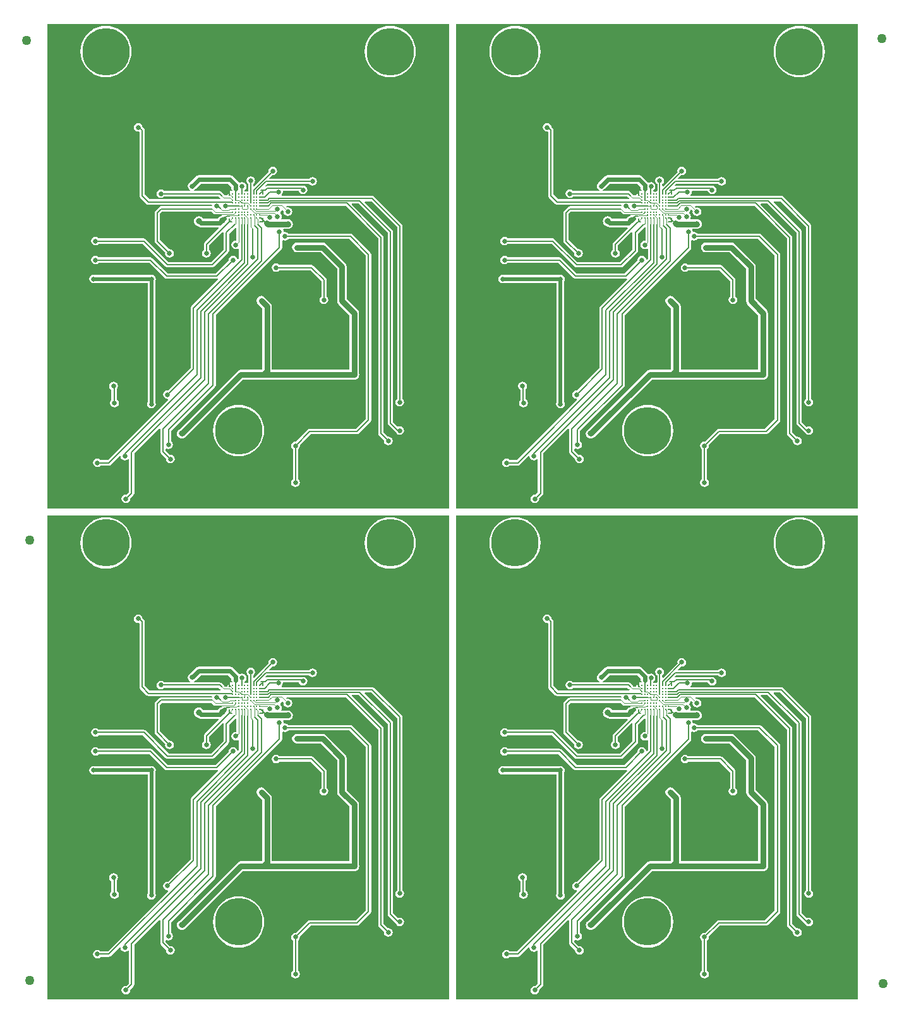
<source format=gtl>
G04*
G04 #@! TF.GenerationSoftware,Altium Limited,Altium Designer,20.2.6 (244)*
G04*
G04 Layer_Physical_Order=1*
G04 Layer_Color=255*
%FSLAX25Y25*%
%MOIN*%
G70*
G04*
G04 #@! TF.SameCoordinates,F81447C0-1865-472D-A3CA-BC0DD41CEC34*
G04*
G04*
G04 #@! TF.FilePolarity,Positive*
G04*
G01*
G75*
%ADD10C,0.05000*%
%ADD11C,0.00866*%
%ADD12C,0.00800*%
%ADD13C,0.03000*%
%ADD14C,0.00400*%
%ADD15C,0.02400*%
%ADD16C,0.02000*%
%ADD17C,0.00500*%
%ADD18C,0.25000*%
%ADD19C,0.02500*%
%ADD20C,0.03200*%
G36*
X429258Y260817D02*
X217317D01*
X217317Y516258D01*
X429258D01*
X429258Y260817D01*
D02*
G37*
G36*
X213471D02*
X1529D01*
X1529Y516258D01*
X213471D01*
X213471Y260817D01*
D02*
G37*
G36*
X429258Y1529D02*
X217317D01*
X217317Y256971D01*
X429258D01*
X429258Y1529D01*
D02*
G37*
G36*
X213471D02*
X1529D01*
X1529Y256971D01*
X213471D01*
X213471Y1529D01*
D02*
G37*
%LPC*%
G36*
X398287Y515329D02*
X396169Y515162D01*
X394103Y514666D01*
X392140Y513853D01*
X390328Y512743D01*
X388712Y511363D01*
X387332Y509747D01*
X386222Y507935D01*
X385408Y505972D01*
X384912Y503906D01*
X384746Y501787D01*
X384912Y499669D01*
X385408Y497603D01*
X386222Y495640D01*
X387332Y493828D01*
X388712Y492212D01*
X390328Y490832D01*
X392140Y489722D01*
X394103Y488908D01*
X396169Y488412D01*
X398287Y488246D01*
X400406Y488412D01*
X402472Y488908D01*
X404435Y489722D01*
X406247Y490832D01*
X407863Y492212D01*
X409243Y493828D01*
X410353Y495640D01*
X411166Y497603D01*
X411662Y499669D01*
X411829Y501787D01*
X411662Y503906D01*
X411166Y505972D01*
X410353Y507935D01*
X409243Y509747D01*
X407863Y511363D01*
X406247Y512743D01*
X404435Y513853D01*
X402472Y514666D01*
X400406Y515162D01*
X398287Y515329D01*
D02*
G37*
G36*
X248287D02*
X246169Y515162D01*
X244103Y514666D01*
X242140Y513853D01*
X240328Y512743D01*
X238712Y511363D01*
X237332Y509747D01*
X236222Y507935D01*
X235408Y505972D01*
X234912Y503906D01*
X234746Y501787D01*
X234912Y499669D01*
X235408Y497603D01*
X236222Y495640D01*
X237332Y493828D01*
X238712Y492212D01*
X240328Y490832D01*
X242140Y489722D01*
X244103Y488908D01*
X246169Y488412D01*
X248287Y488246D01*
X250406Y488412D01*
X252472Y488908D01*
X254435Y489722D01*
X256247Y490832D01*
X257863Y492212D01*
X259243Y493828D01*
X260353Y495640D01*
X261166Y497603D01*
X261662Y499669D01*
X261829Y501787D01*
X261662Y503906D01*
X261166Y505972D01*
X260353Y507935D01*
X259243Y509747D01*
X257863Y511363D01*
X256247Y512743D01*
X254435Y513853D01*
X252472Y514666D01*
X250406Y515162D01*
X248287Y515329D01*
D02*
G37*
G36*
X265287Y464081D02*
X264409Y463907D01*
X263665Y463410D01*
X263168Y462665D01*
X262993Y461787D01*
X263168Y460910D01*
X263665Y460165D01*
X264409Y459668D01*
X265287Y459493D01*
X265474Y459530D01*
X265860Y459213D01*
Y425787D01*
X265860Y425787D01*
X265969Y425241D01*
X266278Y424778D01*
X269629Y421427D01*
X270092Y421117D01*
X270639Y421009D01*
X270639Y421009D01*
X304166D01*
X304457Y420597D01*
X304280Y420256D01*
X304008Y420215D01*
X277288D01*
X277287Y420215D01*
X276741Y420106D01*
X276278Y419797D01*
X276278Y419797D01*
X274278Y417797D01*
X273969Y417334D01*
X273860Y416787D01*
X273860Y416787D01*
Y401787D01*
X273860Y401787D01*
X273969Y401241D01*
X274278Y400778D01*
X279539Y395517D01*
X279493Y395287D01*
X279668Y394409D01*
X280165Y393665D01*
X280909Y393168D01*
X281787Y392993D01*
X282665Y393168D01*
X283410Y393665D01*
X283907Y394409D01*
X284082Y395287D01*
X283907Y396165D01*
X283410Y396910D01*
X282665Y397407D01*
X281787Y397582D01*
X281558Y397536D01*
X276715Y402379D01*
Y416196D01*
X277879Y417360D01*
X303984D01*
X305073Y416272D01*
X305470Y416007D01*
X305938Y415913D01*
X309109D01*
X309261Y415414D01*
X309201Y415374D01*
X308904Y415076D01*
X308859Y415070D01*
X308226Y414809D01*
X307683Y414392D01*
X307266Y413849D01*
X307135Y413530D01*
X299587D01*
X299558Y413599D01*
X299142Y414142D01*
X298599Y414559D01*
X297966Y414820D01*
X297287Y414910D01*
X296609Y414820D01*
X295976Y414559D01*
X295433Y414142D01*
X295016Y413599D01*
X294754Y412966D01*
X294665Y412287D01*
X294754Y411609D01*
X295016Y410976D01*
X295433Y410433D01*
X295976Y410016D01*
X296609Y409754D01*
X296654Y409748D01*
X296701Y409701D01*
X297429Y409215D01*
X298287Y409044D01*
X307566D01*
X307757Y408582D01*
X300278Y401103D01*
X299969Y400640D01*
X299860Y400094D01*
X299860Y400094D01*
Y397040D01*
X299665Y396910D01*
X299168Y396165D01*
X298993Y395287D01*
X299168Y394409D01*
X299665Y393665D01*
X300410Y393168D01*
X301287Y392993D01*
X302165Y393168D01*
X302910Y393665D01*
X303407Y394409D01*
X303582Y395287D01*
X303407Y396165D01*
X302910Y396910D01*
X302715Y397040D01*
Y399502D01*
X309937Y406725D01*
X310398Y406479D01*
X310360Y406287D01*
X310360Y406287D01*
Y397379D01*
X303696Y390715D01*
X281379D01*
X269297Y402797D01*
X268834Y403106D01*
X268287Y403215D01*
X268287Y403215D01*
X244540D01*
X244410Y403410D01*
X243665Y403907D01*
X242787Y404081D01*
X241910Y403907D01*
X241165Y403410D01*
X240668Y402665D01*
X240493Y401787D01*
X240668Y400910D01*
X241165Y400165D01*
X241910Y399668D01*
X242787Y399493D01*
X243665Y399668D01*
X244410Y400165D01*
X244540Y400360D01*
X267696D01*
X279778Y388278D01*
X280241Y387969D01*
X280787Y387860D01*
X280787Y387860D01*
X304287D01*
X304287Y387860D01*
X304834Y387969D01*
X305297Y388278D01*
X312797Y395778D01*
X312797Y395778D01*
X313106Y396241D01*
X313215Y396787D01*
X313215Y396787D01*
Y405696D01*
X316645Y409127D01*
X317107Y408935D01*
Y402344D01*
X316787Y402081D01*
X315910Y401907D01*
X315165Y401410D01*
X314668Y400665D01*
X314493Y399787D01*
X314668Y398909D01*
X315165Y398165D01*
X315910Y397668D01*
X316787Y397493D01*
X317665Y397668D01*
X317978Y397877D01*
X318478Y397610D01*
Y392497D01*
X318038Y392056D01*
X317495Y392221D01*
X317407Y392665D01*
X316910Y393410D01*
X316165Y393907D01*
X315287Y394081D01*
X314409Y393907D01*
X313665Y393410D01*
X313168Y392665D01*
X312993Y391787D01*
X313039Y391558D01*
X306196Y384715D01*
X280879D01*
X272797Y392797D01*
X272334Y393106D01*
X271787Y393215D01*
X271787Y393215D01*
X244540D01*
X244410Y393410D01*
X243665Y393907D01*
X242787Y394081D01*
X241910Y393907D01*
X241165Y393410D01*
X240668Y392665D01*
X240493Y391787D01*
X240668Y390910D01*
X241165Y390165D01*
X241910Y389668D01*
X242787Y389493D01*
X243665Y389668D01*
X244410Y390165D01*
X244540Y390360D01*
X271196D01*
X279278Y382278D01*
X279278Y382278D01*
X279741Y381969D01*
X280287Y381860D01*
X280288Y381860D01*
X306787D01*
X306787Y381860D01*
X307220Y381946D01*
X307511Y381543D01*
X307515Y381534D01*
X293278Y367297D01*
X292969Y366834D01*
X292860Y366287D01*
X292860Y366287D01*
Y334879D01*
X281017Y323036D01*
X280787Y323081D01*
X279909Y322907D01*
X279165Y322410D01*
X278668Y321665D01*
X278493Y320787D01*
X278668Y319910D01*
X279165Y319165D01*
X279909Y318668D01*
X280771Y318497D01*
X280907Y318296D01*
X281036Y318055D01*
X249196Y286215D01*
X245540D01*
X245410Y286410D01*
X244665Y286907D01*
X243787Y287082D01*
X242910Y286907D01*
X242165Y286410D01*
X241668Y285665D01*
X241493Y284787D01*
X241668Y283910D01*
X242165Y283165D01*
X242910Y282668D01*
X243787Y282493D01*
X244665Y282668D01*
X245410Y283165D01*
X245540Y283360D01*
X249787D01*
X249787Y283360D01*
X250334Y283469D01*
X250797Y283778D01*
X255555Y288536D01*
X255796Y288407D01*
X255997Y288271D01*
X256168Y287409D01*
X256665Y286665D01*
X257410Y286168D01*
X258287Y285993D01*
X259165Y286168D01*
X259860Y286632D01*
X260360Y286508D01*
Y269379D01*
X259017Y268036D01*
X258787Y268081D01*
X257909Y267907D01*
X257165Y267410D01*
X256668Y266665D01*
X256493Y265787D01*
X256668Y264910D01*
X257165Y264165D01*
X257909Y263668D01*
X258787Y263493D01*
X259665Y263668D01*
X260410Y264165D01*
X260907Y264910D01*
X261082Y265787D01*
X261036Y266017D01*
X262797Y267778D01*
X262797Y267778D01*
X263106Y268241D01*
X263215Y268787D01*
X263215Y268787D01*
Y289696D01*
X276375Y302856D01*
X276465Y302844D01*
X276860Y302634D01*
Y290787D01*
X276860Y290787D01*
X276969Y290241D01*
X277278Y289778D01*
X280039Y287017D01*
X279993Y286787D01*
X280168Y285910D01*
X280665Y285165D01*
X281410Y284668D01*
X282287Y284493D01*
X283165Y284668D01*
X283910Y285165D01*
X284407Y285910D01*
X284581Y286787D01*
X284407Y287665D01*
X283910Y288410D01*
X283165Y288907D01*
X282287Y289082D01*
X282058Y289036D01*
X279715Y291379D01*
Y292102D01*
X280156Y292337D01*
X280410Y292168D01*
X281287Y291993D01*
X282165Y292168D01*
X282910Y292665D01*
X283407Y293409D01*
X283581Y294287D01*
X283407Y295165D01*
X282910Y295910D01*
X282715Y296040D01*
Y301696D01*
X305797Y324778D01*
X305797Y324778D01*
X306106Y325241D01*
X306215Y325787D01*
X306215Y325787D01*
Y362696D01*
X340797Y397278D01*
X340797Y397278D01*
X341106Y397741D01*
X341215Y398287D01*
Y402102D01*
X341656Y402338D01*
X341910Y402168D01*
X342787Y401993D01*
X343665Y402168D01*
X344410Y402665D01*
X344540Y402860D01*
X376696D01*
X385360Y394196D01*
Y307879D01*
X380196Y302715D01*
X355787D01*
X355787Y302715D01*
X355241Y302606D01*
X354778Y302297D01*
X354778Y302297D01*
X348517Y296036D01*
X348287Y296081D01*
X347410Y295907D01*
X346665Y295410D01*
X346168Y294665D01*
X345993Y293787D01*
X346168Y292910D01*
X346665Y292165D01*
X346860Y292035D01*
Y276040D01*
X346665Y275910D01*
X346168Y275165D01*
X345993Y274287D01*
X346168Y273410D01*
X346665Y272665D01*
X347410Y272168D01*
X348287Y271993D01*
X349165Y272168D01*
X349910Y272665D01*
X350407Y273410D01*
X350582Y274287D01*
X350407Y275165D01*
X349910Y275910D01*
X349715Y276040D01*
Y292035D01*
X349910Y292165D01*
X350407Y292910D01*
X350582Y293787D01*
X350536Y294017D01*
X356379Y299860D01*
X380787D01*
X380787Y299860D01*
X381334Y299969D01*
X381797Y300278D01*
X387797Y306278D01*
X387797Y306278D01*
X388106Y306741D01*
X388215Y307287D01*
X388215Y307287D01*
Y394787D01*
X388215Y394787D01*
X388106Y395334D01*
X387797Y395797D01*
X387797Y395797D01*
X378297Y405297D01*
X377834Y405606D01*
X377287Y405715D01*
X377287Y405715D01*
X344540D01*
X344410Y405910D01*
X343665Y406407D01*
X342787Y406581D01*
X342500Y406524D01*
X342050Y406945D01*
X341907Y407665D01*
X341819Y407797D01*
X342054Y408238D01*
X343729D01*
X344287Y408165D01*
X344966Y408254D01*
X345599Y408516D01*
X346142Y408933D01*
X346558Y409476D01*
X346820Y410109D01*
X346910Y410787D01*
X346820Y411466D01*
X346558Y412099D01*
X346142Y412642D01*
X345599Y413059D01*
X344966Y413320D01*
X344287Y413410D01*
X343729Y413336D01*
X341054D01*
X340819Y413777D01*
X340907Y413909D01*
X341082Y414787D01*
X340907Y415665D01*
X340410Y416410D01*
X340218Y416537D01*
Y417037D01*
X340410Y417165D01*
X340907Y417909D01*
X340974Y418247D01*
X341453Y418392D01*
X342087Y417758D01*
X341993Y417287D01*
X342168Y416409D01*
X342665Y415665D01*
X343409Y415168D01*
X344287Y414993D01*
X345165Y415168D01*
X345910Y415665D01*
X346407Y416409D01*
X346582Y417287D01*
X346407Y418165D01*
X345910Y418910D01*
X345165Y419407D01*
X344287Y419582D01*
X343817Y419488D01*
X343357Y419948D01*
X343548Y420410D01*
X374646D01*
X391860Y403196D01*
Y300287D01*
X391860Y300287D01*
X391969Y299741D01*
X392278Y299278D01*
X395039Y296517D01*
X394993Y296287D01*
X395168Y295409D01*
X395665Y294665D01*
X396410Y294168D01*
X397287Y293993D01*
X398165Y294168D01*
X398910Y294665D01*
X399407Y295409D01*
X399582Y296287D01*
X399407Y297165D01*
X398910Y297910D01*
X398165Y298407D01*
X397287Y298582D01*
X397058Y298536D01*
X394715Y300879D01*
Y403787D01*
X394606Y404334D01*
X394297Y404797D01*
X394297Y404797D01*
X377945Y421148D01*
X378137Y421610D01*
X381446D01*
X396860Y406196D01*
Y305787D01*
X396860Y305787D01*
X396969Y305241D01*
X397278Y304778D01*
X401211Y300845D01*
X401665Y300165D01*
X402410Y299668D01*
X403287Y299493D01*
X404165Y299668D01*
X404910Y300165D01*
X405407Y300909D01*
X405582Y301787D01*
X405407Y302665D01*
X404910Y303410D01*
X404165Y303907D01*
X403287Y304082D01*
X402410Y303907D01*
X402276Y303818D01*
X399715Y306379D01*
Y406787D01*
X399715Y406787D01*
X399606Y407334D01*
X399297Y407797D01*
X384746Y422348D01*
X384937Y422810D01*
X388246D01*
X401860Y409196D01*
Y318540D01*
X401665Y318410D01*
X401168Y317665D01*
X400993Y316787D01*
X401168Y315910D01*
X401665Y315165D01*
X402410Y314668D01*
X403287Y314493D01*
X404165Y314668D01*
X404910Y315165D01*
X405407Y315910D01*
X405582Y316787D01*
X405407Y317665D01*
X404910Y318410D01*
X404715Y318540D01*
Y409787D01*
X404715Y409787D01*
X404606Y410334D01*
X404297Y410797D01*
X404297Y410797D01*
X389847Y425247D01*
X389384Y425556D01*
X388837Y425665D01*
X388837Y425665D01*
X341061D01*
X340909Y426165D01*
X340910Y426165D01*
X341407Y426909D01*
X341582Y427787D01*
X341534Y428026D01*
X341851Y428413D01*
X350068D01*
X350168Y427910D01*
X350665Y427165D01*
X351410Y426668D01*
X352287Y426493D01*
X353165Y426668D01*
X353910Y427165D01*
X354407Y427910D01*
X354581Y428787D01*
X354407Y429665D01*
X353910Y430410D01*
X353165Y430907D01*
X352287Y431081D01*
X351537Y430932D01*
X351387Y430962D01*
X333413D01*
X332925Y430865D01*
X332772Y430762D01*
X332453Y431151D01*
X333315Y432013D01*
X355433D01*
X355665Y431665D01*
X356410Y431168D01*
X357287Y430993D01*
X358165Y431168D01*
X358910Y431665D01*
X359407Y432409D01*
X359581Y433287D01*
X359407Y434165D01*
X358910Y434910D01*
X358165Y435407D01*
X357287Y435581D01*
X356410Y435407D01*
X355665Y434910D01*
X355433Y434562D01*
X334518D01*
X334326Y435024D01*
X335877Y436575D01*
X336287Y436493D01*
X337165Y436668D01*
X337910Y437165D01*
X338407Y437910D01*
X338581Y438787D01*
X338407Y439665D01*
X337910Y440410D01*
X337165Y440907D01*
X336287Y441081D01*
X335409Y440907D01*
X334665Y440410D01*
X334168Y439665D01*
X333993Y438787D01*
X334075Y438377D01*
X326424Y430726D01*
X325962Y430918D01*
Y431833D01*
X326310Y432065D01*
X326807Y432809D01*
X326981Y433687D01*
X326807Y434565D01*
X326310Y435310D01*
X325565Y435807D01*
X324687Y435982D01*
X323810Y435807D01*
X323065Y435310D01*
X322568Y434565D01*
X322393Y433687D01*
X322568Y432809D01*
X323065Y432065D01*
X323413Y431833D01*
Y428341D01*
X323055Y428047D01*
X322496Y427936D01*
X322268Y427783D01*
X322040Y427936D01*
X321480Y428047D01*
X321327Y428173D01*
X321346Y428726D01*
X321719Y428974D01*
X322216Y429718D01*
X322391Y430596D01*
X322216Y431474D01*
X321719Y432219D01*
X320974Y432716D01*
X320096Y432891D01*
X319219Y432716D01*
X318700Y432369D01*
X318342Y432905D01*
X315373Y435874D01*
X314646Y436360D01*
X313787Y436530D01*
X297287D01*
X296429Y436360D01*
X295701Y435874D01*
X292383Y432555D01*
X292165Y432410D01*
X291668Y431665D01*
X291493Y430787D01*
X291668Y429910D01*
X292165Y429165D01*
X292839Y428715D01*
X292828Y428427D01*
X292756Y428215D01*
X279040D01*
X278910Y428410D01*
X278165Y428907D01*
X277287Y429081D01*
X276410Y428907D01*
X275665Y428410D01*
X275168Y427665D01*
X274993Y426787D01*
X275168Y425910D01*
X275665Y425165D01*
X276410Y424668D01*
X277287Y424493D01*
X278165Y424668D01*
X278910Y425165D01*
X279040Y425360D01*
X307696D01*
X308278Y424778D01*
X308741Y424469D01*
X308754Y424364D01*
X308322Y423864D01*
X271230D01*
X268715Y426379D01*
Y460287D01*
X268715Y460287D01*
X268606Y460834D01*
X268297Y461297D01*
X267526Y462068D01*
X267407Y462665D01*
X266910Y463410D01*
X266165Y463907D01*
X265287Y464081D01*
D02*
G37*
G36*
X272287Y384082D02*
X271410Y383907D01*
X271289Y383827D01*
X242786D01*
X242665Y383907D01*
X241787Y384082D01*
X240910Y383907D01*
X240165Y383410D01*
X239668Y382665D01*
X239493Y381787D01*
X239668Y380909D01*
X240165Y380165D01*
X240910Y379668D01*
X241787Y379493D01*
X242665Y379668D01*
X242786Y379748D01*
X270248D01*
Y316785D01*
X270168Y316665D01*
X269993Y315787D01*
X270168Y314910D01*
X270665Y314165D01*
X271410Y313668D01*
X272287Y313493D01*
X273165Y313668D01*
X273910Y314165D01*
X274407Y314910D01*
X274582Y315787D01*
X274407Y316665D01*
X274327Y316785D01*
Y380789D01*
X274407Y380909D01*
X274582Y381787D01*
X274407Y382665D01*
X273910Y383410D01*
X273165Y383907D01*
X272287Y384082D01*
D02*
G37*
G36*
X338037Y390082D02*
X337159Y389907D01*
X336415Y389410D01*
X335918Y388665D01*
X335743Y387787D01*
X335918Y386910D01*
X336415Y386165D01*
X337159Y385668D01*
X338037Y385493D01*
X338915Y385668D01*
X339660Y386165D01*
X339790Y386360D01*
X356196D01*
X361860Y380696D01*
Y372540D01*
X361665Y372410D01*
X361168Y371665D01*
X360993Y370787D01*
X361168Y369910D01*
X361665Y369165D01*
X362409Y368668D01*
X363287Y368493D01*
X364165Y368668D01*
X364910Y369165D01*
X365407Y369910D01*
X365581Y370787D01*
X365407Y371665D01*
X364910Y372410D01*
X364715Y372540D01*
Y381287D01*
X364715Y381287D01*
X364606Y381834D01*
X364297Y382297D01*
X364297Y382297D01*
X357797Y388797D01*
X357334Y389106D01*
X356787Y389215D01*
X356787Y389215D01*
X339790D01*
X339660Y389410D01*
X338915Y389907D01*
X338037Y390082D01*
D02*
G37*
G36*
X362599Y401025D02*
X349031D01*
X348056Y400831D01*
X347229Y400279D01*
X346677Y399452D01*
X346482Y398476D01*
X346677Y397501D01*
X347229Y396674D01*
X348056Y396121D01*
X349031Y395927D01*
X361543D01*
X370238Y387232D01*
Y370287D01*
X370432Y369312D01*
X370985Y368485D01*
X376738Y362732D01*
Y333836D01*
X335836D01*
Y367287D01*
X335642Y368263D01*
X335090Y369090D01*
X332090Y372090D01*
X331263Y372642D01*
X330287Y372836D01*
X329312Y372642D01*
X328485Y372090D01*
X327933Y371263D01*
X327738Y370287D01*
X327933Y369312D01*
X328485Y368485D01*
X330738Y366232D01*
Y334343D01*
X330232Y333836D01*
X319412D01*
X318437Y333642D01*
X317610Y333090D01*
X286880Y302359D01*
X286433Y302017D01*
X286016Y301474D01*
X285754Y300841D01*
X285665Y300162D01*
X285754Y299484D01*
X286016Y298851D01*
X286433Y298308D01*
X286976Y297891D01*
X287609Y297629D01*
X288287Y297540D01*
X288966Y297629D01*
X289599Y297891D01*
X290142Y298308D01*
X290484Y298755D01*
X320468Y328738D01*
X378729D01*
X379287Y328665D01*
X379966Y328754D01*
X380599Y329016D01*
X381142Y329433D01*
X381558Y329976D01*
X381821Y330609D01*
X381910Y331287D01*
X381836Y331845D01*
Y363787D01*
X381642Y364763D01*
X381090Y365590D01*
X375336Y371343D01*
Y388287D01*
X375142Y389263D01*
X374590Y390090D01*
X364401Y400279D01*
X363574Y400831D01*
X362599Y401025D01*
D02*
G37*
G36*
X252287Y327582D02*
X251410Y327407D01*
X250665Y326910D01*
X250168Y326165D01*
X249993Y325287D01*
X250168Y324410D01*
X250665Y323665D01*
X251110Y323368D01*
Y317827D01*
X250668Y317165D01*
X250493Y316287D01*
X250668Y315409D01*
X251165Y314665D01*
X251909Y314168D01*
X252787Y313993D01*
X253665Y314168D01*
X254410Y314665D01*
X254907Y315409D01*
X255082Y316287D01*
X254907Y317165D01*
X254410Y317910D01*
X253965Y318207D01*
Y323748D01*
X254407Y324410D01*
X254581Y325287D01*
X254407Y326165D01*
X253910Y326910D01*
X253165Y327407D01*
X252287Y327582D01*
D02*
G37*
G36*
X318287Y315329D02*
X316169Y315162D01*
X314103Y314666D01*
X312140Y313853D01*
X310328Y312743D01*
X308712Y311363D01*
X307332Y309747D01*
X306222Y307935D01*
X305409Y305972D01*
X304912Y303906D01*
X304746Y301787D01*
X304912Y299669D01*
X305409Y297603D01*
X306222Y295640D01*
X307332Y293828D01*
X308712Y292212D01*
X310328Y290832D01*
X312140Y289722D01*
X314103Y288908D01*
X316169Y288412D01*
X318287Y288246D01*
X320406Y288412D01*
X322472Y288908D01*
X324435Y289722D01*
X326247Y290832D01*
X327863Y292212D01*
X329243Y293828D01*
X330353Y295640D01*
X331166Y297603D01*
X331662Y299669D01*
X331829Y301787D01*
X331662Y303906D01*
X331166Y305972D01*
X330353Y307935D01*
X329243Y309747D01*
X327863Y311363D01*
X326247Y312743D01*
X324435Y313853D01*
X322472Y314666D01*
X320406Y315162D01*
X318287Y315329D01*
D02*
G37*
%LPD*%
G36*
X314513Y430390D02*
Y429319D01*
X314520Y429282D01*
X314501Y429258D01*
X314501D01*
Y428673D01*
X313492Y428501D01*
Y426932D01*
X312366Y426932D01*
Y426011D01*
X310794D01*
X310640Y426165D01*
X310606Y426334D01*
X310297Y426797D01*
X309297Y427797D01*
X308834Y428106D01*
X308287Y428215D01*
X308287Y428215D01*
X294819D01*
X294747Y428427D01*
X294736Y428715D01*
X295410Y429165D01*
X295555Y429383D01*
X298217Y432044D01*
X312858D01*
X314513Y430390D01*
D02*
G37*
%LPC*%
G36*
X182500Y515329D02*
X180382Y515162D01*
X178315Y514666D01*
X176352Y513853D01*
X174540Y512743D01*
X172924Y511363D01*
X171545Y509747D01*
X170434Y507935D01*
X169621Y505972D01*
X169125Y503906D01*
X168958Y501787D01*
X169125Y499669D01*
X169621Y497603D01*
X170434Y495640D01*
X171545Y493828D01*
X172924Y492212D01*
X174540Y490832D01*
X176352Y489722D01*
X178315Y488908D01*
X180382Y488412D01*
X182500Y488246D01*
X184618Y488412D01*
X186685Y488908D01*
X188648Y489722D01*
X190460Y490832D01*
X192076Y492212D01*
X193456Y493828D01*
X194566Y495640D01*
X195379Y497603D01*
X195875Y499669D01*
X196042Y501787D01*
X195875Y503906D01*
X195379Y505972D01*
X194566Y507935D01*
X193456Y509747D01*
X192076Y511363D01*
X190460Y512743D01*
X188648Y513853D01*
X186685Y514666D01*
X184618Y515162D01*
X182500Y515329D01*
D02*
G37*
G36*
X32500D02*
X30382Y515162D01*
X28315Y514666D01*
X26352Y513853D01*
X24540Y512743D01*
X22925Y511363D01*
X21544Y509747D01*
X20434Y507935D01*
X19621Y505972D01*
X19125Y503906D01*
X18958Y501787D01*
X19125Y499669D01*
X19621Y497603D01*
X20434Y495640D01*
X21544Y493828D01*
X22925Y492212D01*
X24540Y490832D01*
X26352Y489722D01*
X28315Y488908D01*
X30382Y488412D01*
X32500Y488246D01*
X34618Y488412D01*
X36685Y488908D01*
X38648Y489722D01*
X40460Y490832D01*
X42075Y492212D01*
X43455Y493828D01*
X44566Y495640D01*
X45379Y497603D01*
X45875Y499669D01*
X46042Y501787D01*
X45875Y503906D01*
X45379Y505972D01*
X44566Y507935D01*
X43455Y509747D01*
X42075Y511363D01*
X40460Y512743D01*
X38648Y513853D01*
X36685Y514666D01*
X34618Y515162D01*
X32500Y515329D01*
D02*
G37*
G36*
X49500Y464081D02*
X48622Y463907D01*
X47878Y463410D01*
X47381Y462665D01*
X47206Y461787D01*
X47381Y460910D01*
X47878Y460165D01*
X48622Y459668D01*
X49500Y459493D01*
X49686Y459530D01*
X50073Y459213D01*
Y425787D01*
X50073Y425787D01*
X50181Y425241D01*
X50491Y424778D01*
X53842Y421427D01*
X54305Y421117D01*
X54851Y421009D01*
X54851Y421009D01*
X88379D01*
X88669Y420597D01*
X88493Y420256D01*
X88221Y420215D01*
X61500D01*
X61500Y420215D01*
X60954Y420106D01*
X60491Y419797D01*
X60491Y419797D01*
X58491Y417797D01*
X58181Y417334D01*
X58073Y416787D01*
X58073Y416787D01*
Y401787D01*
X58073Y401787D01*
X58181Y401241D01*
X58491Y400778D01*
X63752Y395517D01*
X63706Y395287D01*
X63881Y394409D01*
X64378Y393665D01*
X65122Y393168D01*
X66000Y392993D01*
X66878Y393168D01*
X67622Y393665D01*
X68120Y394409D01*
X68294Y395287D01*
X68120Y396165D01*
X67622Y396910D01*
X66878Y397407D01*
X66000Y397582D01*
X65770Y397536D01*
X60927Y402379D01*
Y416196D01*
X62091Y417360D01*
X88197D01*
X89285Y416272D01*
X89682Y416007D01*
X90150Y415913D01*
X93322D01*
X93474Y415414D01*
X93414Y415374D01*
X93117Y415076D01*
X93071Y415070D01*
X92439Y414809D01*
X91896Y414392D01*
X91479Y413849D01*
X91347Y413530D01*
X83799D01*
X83771Y413599D01*
X83354Y414142D01*
X82811Y414559D01*
X82179Y414820D01*
X81500Y414910D01*
X80821Y414820D01*
X80189Y414559D01*
X79646Y414142D01*
X79229Y413599D01*
X78967Y412966D01*
X78878Y412287D01*
X78967Y411609D01*
X79229Y410976D01*
X79646Y410433D01*
X80189Y410016D01*
X80821Y409754D01*
X80867Y409748D01*
X80914Y409701D01*
X81642Y409215D01*
X82500Y409044D01*
X91779D01*
X91970Y408582D01*
X84491Y401103D01*
X84181Y400640D01*
X84073Y400094D01*
X84073Y400094D01*
Y397040D01*
X83878Y396910D01*
X83381Y396165D01*
X83206Y395287D01*
X83381Y394409D01*
X83878Y393665D01*
X84622Y393168D01*
X85500Y392993D01*
X86378Y393168D01*
X87122Y393665D01*
X87620Y394409D01*
X87794Y395287D01*
X87620Y396165D01*
X87122Y396910D01*
X86927Y397040D01*
Y399502D01*
X94150Y406725D01*
X94611Y406479D01*
X94573Y406287D01*
X94573Y406287D01*
Y397379D01*
X87909Y390715D01*
X65591D01*
X53509Y402797D01*
X53046Y403106D01*
X52500Y403215D01*
X52500Y403215D01*
X28752D01*
X28622Y403410D01*
X27878Y403907D01*
X27000Y404081D01*
X26122Y403907D01*
X25378Y403410D01*
X24881Y402665D01*
X24706Y401787D01*
X24881Y400910D01*
X25378Y400165D01*
X26122Y399668D01*
X27000Y399493D01*
X27878Y399668D01*
X28622Y400165D01*
X28752Y400360D01*
X51909D01*
X63991Y388278D01*
X64454Y387969D01*
X65000Y387860D01*
X65000Y387860D01*
X88500D01*
X88500Y387860D01*
X89046Y387969D01*
X89509Y388278D01*
X97009Y395778D01*
X97009Y395778D01*
X97319Y396241D01*
X97427Y396787D01*
X97427Y396787D01*
Y405696D01*
X100858Y409127D01*
X101320Y408935D01*
Y402344D01*
X101000Y402081D01*
X100122Y401907D01*
X99378Y401410D01*
X98881Y400665D01*
X98706Y399787D01*
X98881Y398909D01*
X99378Y398165D01*
X100122Y397668D01*
X101000Y397493D01*
X101878Y397668D01*
X102191Y397877D01*
X102691Y397610D01*
Y392497D01*
X102250Y392056D01*
X101708Y392221D01*
X101620Y392665D01*
X101122Y393410D01*
X100378Y393907D01*
X99500Y394081D01*
X98622Y393907D01*
X97878Y393410D01*
X97381Y392665D01*
X97206Y391787D01*
X97252Y391558D01*
X90409Y384715D01*
X65091D01*
X57009Y392797D01*
X56546Y393106D01*
X56000Y393215D01*
X56000Y393215D01*
X28752D01*
X28622Y393410D01*
X27878Y393907D01*
X27000Y394081D01*
X26122Y393907D01*
X25378Y393410D01*
X24881Y392665D01*
X24706Y391787D01*
X24881Y390910D01*
X25378Y390165D01*
X26122Y389668D01*
X27000Y389493D01*
X27878Y389668D01*
X28622Y390165D01*
X28752Y390360D01*
X55409D01*
X63491Y382278D01*
X63491Y382278D01*
X63954Y381969D01*
X64500Y381860D01*
X64500Y381860D01*
X91000D01*
X91000Y381860D01*
X91433Y381946D01*
X91724Y381543D01*
X91728Y381534D01*
X77491Y367297D01*
X77181Y366834D01*
X77073Y366287D01*
X77073Y366287D01*
Y334879D01*
X65230Y323036D01*
X65000Y323081D01*
X64122Y322907D01*
X63378Y322410D01*
X62881Y321665D01*
X62706Y320787D01*
X62881Y319910D01*
X63378Y319165D01*
X64122Y318668D01*
X64983Y318497D01*
X65120Y318296D01*
X65249Y318055D01*
X33409Y286215D01*
X29752D01*
X29622Y286410D01*
X28878Y286907D01*
X28000Y287082D01*
X27122Y286907D01*
X26378Y286410D01*
X25881Y285665D01*
X25706Y284787D01*
X25881Y283910D01*
X26378Y283165D01*
X27122Y282668D01*
X28000Y282493D01*
X28878Y282668D01*
X29622Y283165D01*
X29752Y283360D01*
X34000D01*
X34000Y283360D01*
X34546Y283469D01*
X35009Y283778D01*
X39768Y288536D01*
X40009Y288407D01*
X40209Y288271D01*
X40381Y287409D01*
X40878Y286665D01*
X41622Y286168D01*
X42500Y285993D01*
X43378Y286168D01*
X44073Y286632D01*
X44573Y286508D01*
Y269379D01*
X43230Y268036D01*
X43000Y268081D01*
X42122Y267907D01*
X41378Y267410D01*
X40881Y266665D01*
X40706Y265787D01*
X40881Y264910D01*
X41378Y264165D01*
X42122Y263668D01*
X43000Y263493D01*
X43878Y263668D01*
X44622Y264165D01*
X45120Y264910D01*
X45294Y265787D01*
X45248Y266017D01*
X47009Y267778D01*
X47009Y267778D01*
X47319Y268241D01*
X47427Y268787D01*
X47427Y268787D01*
Y289696D01*
X60588Y302856D01*
X60678Y302844D01*
X61073Y302634D01*
Y290787D01*
X61073Y290787D01*
X61181Y290241D01*
X61491Y289778D01*
X64252Y287017D01*
X64206Y286787D01*
X64381Y285910D01*
X64878Y285165D01*
X65622Y284668D01*
X66500Y284493D01*
X67378Y284668D01*
X68122Y285165D01*
X68620Y285910D01*
X68794Y286787D01*
X68620Y287665D01*
X68122Y288410D01*
X67378Y288907D01*
X66500Y289082D01*
X66270Y289036D01*
X63927Y291379D01*
Y292102D01*
X64368Y292337D01*
X64622Y292168D01*
X65500Y291993D01*
X66378Y292168D01*
X67122Y292665D01*
X67620Y293409D01*
X67794Y294287D01*
X67620Y295165D01*
X67122Y295910D01*
X66927Y296040D01*
Y301696D01*
X90009Y324778D01*
X90009Y324778D01*
X90319Y325241D01*
X90427Y325787D01*
X90427Y325787D01*
Y362696D01*
X125009Y397278D01*
X125009Y397278D01*
X125319Y397741D01*
X125427Y398287D01*
Y402102D01*
X125868Y402338D01*
X126122Y402168D01*
X127000Y401993D01*
X127878Y402168D01*
X128622Y402665D01*
X128752Y402860D01*
X160909D01*
X169573Y394196D01*
Y307879D01*
X164409Y302715D01*
X140000D01*
X140000Y302715D01*
X139454Y302606D01*
X138991Y302297D01*
X138991Y302297D01*
X132730Y296036D01*
X132500Y296081D01*
X131622Y295907D01*
X130878Y295410D01*
X130381Y294665D01*
X130206Y293787D01*
X130381Y292910D01*
X130878Y292165D01*
X131073Y292035D01*
Y276040D01*
X130878Y275910D01*
X130381Y275165D01*
X130206Y274287D01*
X130381Y273410D01*
X130878Y272665D01*
X131622Y272168D01*
X132500Y271993D01*
X133378Y272168D01*
X134122Y272665D01*
X134619Y273410D01*
X134794Y274287D01*
X134619Y275165D01*
X134122Y275910D01*
X133927Y276040D01*
Y292035D01*
X134122Y292165D01*
X134619Y292910D01*
X134794Y293787D01*
X134748Y294017D01*
X140591Y299860D01*
X165000D01*
X165000Y299860D01*
X165546Y299969D01*
X166009Y300278D01*
X172009Y306278D01*
X172009Y306278D01*
X172319Y306741D01*
X172427Y307287D01*
X172427Y307287D01*
Y394787D01*
X172427Y394787D01*
X172319Y395334D01*
X172009Y395797D01*
X172009Y395797D01*
X162509Y405297D01*
X162046Y405606D01*
X161500Y405715D01*
X161500Y405715D01*
X128752D01*
X128622Y405910D01*
X127878Y406407D01*
X127000Y406581D01*
X126713Y406524D01*
X126263Y406945D01*
X126119Y407665D01*
X126031Y407797D01*
X126267Y408238D01*
X127942D01*
X128500Y408165D01*
X129179Y408254D01*
X129811Y408516D01*
X130354Y408933D01*
X130771Y409476D01*
X131033Y410109D01*
X131123Y410787D01*
X131033Y411466D01*
X130771Y412099D01*
X130354Y412642D01*
X129811Y413059D01*
X129179Y413320D01*
X128500Y413410D01*
X127942Y413336D01*
X125267D01*
X125031Y413777D01*
X125119Y413909D01*
X125294Y414787D01*
X125119Y415665D01*
X124622Y416410D01*
X124431Y416537D01*
Y417037D01*
X124622Y417165D01*
X125119Y417909D01*
X125187Y418247D01*
X125665Y418392D01*
X126300Y417758D01*
X126206Y417287D01*
X126381Y416409D01*
X126878Y415665D01*
X127622Y415168D01*
X128500Y414993D01*
X129378Y415168D01*
X130122Y415665D01*
X130620Y416409D01*
X130794Y417287D01*
X130620Y418165D01*
X130122Y418910D01*
X129378Y419407D01*
X128500Y419582D01*
X128030Y419488D01*
X127570Y419948D01*
X127761Y420410D01*
X158859D01*
X176073Y403196D01*
Y300287D01*
X176073Y300287D01*
X176181Y299741D01*
X176491Y299278D01*
X179252Y296517D01*
X179206Y296287D01*
X179381Y295409D01*
X179878Y294665D01*
X180622Y294168D01*
X181500Y293993D01*
X182378Y294168D01*
X183122Y294665D01*
X183619Y295409D01*
X183794Y296287D01*
X183619Y297165D01*
X183122Y297910D01*
X182378Y298407D01*
X181500Y298582D01*
X181270Y298536D01*
X178927Y300879D01*
Y403787D01*
X178819Y404334D01*
X178509Y404797D01*
X178509Y404797D01*
X162158Y421148D01*
X162349Y421610D01*
X165659D01*
X181073Y406196D01*
Y305787D01*
X181073Y305787D01*
X181181Y305241D01*
X181491Y304778D01*
X185424Y300845D01*
X185878Y300165D01*
X186622Y299668D01*
X187500Y299493D01*
X188378Y299668D01*
X189122Y300165D01*
X189620Y300909D01*
X189794Y301787D01*
X189620Y302665D01*
X189122Y303410D01*
X188378Y303907D01*
X187500Y304082D01*
X186622Y303907D01*
X186488Y303818D01*
X183927Y306379D01*
Y406787D01*
X183927Y406787D01*
X183819Y407334D01*
X183509Y407797D01*
X168958Y422348D01*
X169149Y422810D01*
X172459D01*
X186073Y409196D01*
Y318540D01*
X185878Y318410D01*
X185381Y317665D01*
X185206Y316787D01*
X185381Y315910D01*
X185878Y315165D01*
X186622Y314668D01*
X187500Y314493D01*
X188378Y314668D01*
X189122Y315165D01*
X189620Y315910D01*
X189794Y316787D01*
X189620Y317665D01*
X189122Y318410D01*
X188927Y318540D01*
Y409787D01*
X188927Y409787D01*
X188819Y410334D01*
X188509Y410797D01*
X188509Y410797D01*
X174059Y425247D01*
X173596Y425556D01*
X173050Y425665D01*
X173050Y425665D01*
X125273D01*
X125122Y426165D01*
X125122Y426165D01*
X125619Y426909D01*
X125794Y427787D01*
X125747Y428026D01*
X126064Y428413D01*
X134280D01*
X134381Y427910D01*
X134878Y427165D01*
X135622Y426668D01*
X136500Y426493D01*
X137378Y426668D01*
X138122Y427165D01*
X138619Y427910D01*
X138794Y428787D01*
X138619Y429665D01*
X138122Y430410D01*
X137378Y430907D01*
X136500Y431081D01*
X135749Y430932D01*
X135600Y430962D01*
X117626D01*
X117138Y430865D01*
X116984Y430762D01*
X116666Y431151D01*
X117528Y432013D01*
X139646D01*
X139878Y431665D01*
X140622Y431168D01*
X141500Y430993D01*
X142378Y431168D01*
X143122Y431665D01*
X143620Y432409D01*
X143794Y433287D01*
X143620Y434165D01*
X143122Y434910D01*
X142378Y435407D01*
X141500Y435581D01*
X140622Y435407D01*
X139878Y434910D01*
X139646Y434562D01*
X118730D01*
X118539Y435024D01*
X120090Y436575D01*
X120500Y436493D01*
X121378Y436668D01*
X122122Y437165D01*
X122619Y437910D01*
X122794Y438787D01*
X122619Y439665D01*
X122122Y440410D01*
X121378Y440907D01*
X120500Y441081D01*
X119622Y440907D01*
X118878Y440410D01*
X118381Y439665D01*
X118206Y438787D01*
X118288Y438377D01*
X110636Y430726D01*
X110175Y430918D01*
Y431833D01*
X110522Y432065D01*
X111020Y432809D01*
X111194Y433687D01*
X111020Y434565D01*
X110522Y435310D01*
X109778Y435807D01*
X108900Y435982D01*
X108022Y435807D01*
X107278Y435310D01*
X106781Y434565D01*
X106606Y433687D01*
X106781Y432809D01*
X107278Y432065D01*
X107625Y431833D01*
Y428341D01*
X107268Y428047D01*
X106709Y427936D01*
X106480Y427783D01*
X106252Y427936D01*
X105693Y428047D01*
X105540Y428173D01*
X105559Y428726D01*
X105931Y428974D01*
X106429Y429718D01*
X106603Y430596D01*
X106429Y431474D01*
X105931Y432219D01*
X105187Y432716D01*
X104309Y432891D01*
X103431Y432716D01*
X102912Y432369D01*
X102555Y432905D01*
X99586Y435874D01*
X98858Y436360D01*
X98000Y436530D01*
X81500D01*
X80642Y436360D01*
X79914Y435874D01*
X76595Y432555D01*
X76378Y432410D01*
X75881Y431665D01*
X75706Y430787D01*
X75881Y429910D01*
X76378Y429165D01*
X77052Y428715D01*
X77041Y428427D01*
X76969Y428215D01*
X63252D01*
X63122Y428410D01*
X62378Y428907D01*
X61500Y429081D01*
X60622Y428907D01*
X59878Y428410D01*
X59381Y427665D01*
X59206Y426787D01*
X59381Y425910D01*
X59878Y425165D01*
X60622Y424668D01*
X61500Y424493D01*
X62378Y424668D01*
X63122Y425165D01*
X63252Y425360D01*
X91909D01*
X92491Y424778D01*
X92954Y424469D01*
X92967Y424364D01*
X92535Y423864D01*
X55442D01*
X52927Y426379D01*
Y460287D01*
X52927Y460287D01*
X52819Y460834D01*
X52509Y461297D01*
X51738Y462068D01*
X51619Y462665D01*
X51122Y463410D01*
X50378Y463907D01*
X49500Y464081D01*
D02*
G37*
G36*
X56500Y384082D02*
X55622Y383907D01*
X55502Y383827D01*
X26998D01*
X26878Y383907D01*
X26000Y384082D01*
X25122Y383907D01*
X24378Y383410D01*
X23881Y382665D01*
X23706Y381787D01*
X23881Y380909D01*
X24378Y380165D01*
X25122Y379668D01*
X26000Y379493D01*
X26878Y379668D01*
X26998Y379748D01*
X54461D01*
Y316785D01*
X54381Y316665D01*
X54206Y315787D01*
X54381Y314910D01*
X54878Y314165D01*
X55622Y313668D01*
X56500Y313493D01*
X57378Y313668D01*
X58122Y314165D01*
X58619Y314910D01*
X58794Y315787D01*
X58619Y316665D01*
X58539Y316785D01*
Y380789D01*
X58619Y380909D01*
X58794Y381787D01*
X58619Y382665D01*
X58122Y383410D01*
X57378Y383907D01*
X56500Y384082D01*
D02*
G37*
G36*
X122250Y390082D02*
X121372Y389907D01*
X120628Y389410D01*
X120131Y388665D01*
X119956Y387787D01*
X120131Y386910D01*
X120628Y386165D01*
X121372Y385668D01*
X122250Y385493D01*
X123128Y385668D01*
X123872Y386165D01*
X124002Y386360D01*
X140409D01*
X146073Y380696D01*
Y372540D01*
X145878Y372410D01*
X145381Y371665D01*
X145206Y370787D01*
X145381Y369910D01*
X145878Y369165D01*
X146622Y368668D01*
X147500Y368493D01*
X148378Y368668D01*
X149122Y369165D01*
X149619Y369910D01*
X149794Y370787D01*
X149619Y371665D01*
X149122Y372410D01*
X148927Y372540D01*
Y381287D01*
X148927Y381287D01*
X148819Y381834D01*
X148509Y382297D01*
X148509Y382297D01*
X142009Y388797D01*
X141546Y389106D01*
X141000Y389215D01*
X141000Y389215D01*
X124002D01*
X123872Y389410D01*
X123128Y389907D01*
X122250Y390082D01*
D02*
G37*
G36*
X146811Y401025D02*
X133244D01*
X132269Y400831D01*
X131442Y400279D01*
X130889Y399452D01*
X130695Y398476D01*
X130889Y397501D01*
X131442Y396674D01*
X132269Y396121D01*
X133244Y395927D01*
X145755D01*
X154451Y387232D01*
Y370287D01*
X154645Y369312D01*
X155198Y368485D01*
X160951Y362732D01*
Y333836D01*
X120049D01*
Y367287D01*
X119855Y368263D01*
X119302Y369090D01*
X116302Y372090D01*
X115475Y372642D01*
X114500Y372836D01*
X113525Y372642D01*
X112698Y372090D01*
X112145Y371263D01*
X111951Y370287D01*
X112145Y369312D01*
X112698Y368485D01*
X114951Y366232D01*
Y334343D01*
X114444Y333836D01*
X103625D01*
X102650Y333642D01*
X101823Y333090D01*
X71092Y302359D01*
X70646Y302017D01*
X70229Y301474D01*
X69967Y300841D01*
X69878Y300162D01*
X69967Y299484D01*
X70229Y298851D01*
X70646Y298308D01*
X71189Y297891D01*
X71821Y297629D01*
X72500Y297540D01*
X73179Y297629D01*
X73811Y297891D01*
X74354Y298308D01*
X74697Y298755D01*
X104681Y328738D01*
X162942D01*
X163500Y328665D01*
X164179Y328754D01*
X164811Y329016D01*
X165354Y329433D01*
X165771Y329976D01*
X166033Y330609D01*
X166122Y331287D01*
X166049Y331845D01*
Y363787D01*
X165855Y364763D01*
X165302Y365590D01*
X159549Y371343D01*
Y388287D01*
X159355Y389263D01*
X158802Y390090D01*
X148614Y400279D01*
X147787Y400831D01*
X146811Y401025D01*
D02*
G37*
G36*
X36500Y327582D02*
X35622Y327407D01*
X34878Y326910D01*
X34381Y326165D01*
X34206Y325287D01*
X34381Y324410D01*
X34878Y323665D01*
X35323Y323368D01*
Y317827D01*
X34881Y317165D01*
X34706Y316287D01*
X34881Y315409D01*
X35378Y314665D01*
X36122Y314168D01*
X37000Y313993D01*
X37878Y314168D01*
X38622Y314665D01*
X39119Y315409D01*
X39294Y316287D01*
X39119Y317165D01*
X38622Y317910D01*
X38177Y318207D01*
Y323748D01*
X38620Y324410D01*
X38794Y325287D01*
X38620Y326165D01*
X38122Y326910D01*
X37378Y327407D01*
X36500Y327582D01*
D02*
G37*
G36*
X102500Y315329D02*
X100382Y315162D01*
X98315Y314666D01*
X96352Y313853D01*
X94540Y312743D01*
X92924Y311363D01*
X91545Y309747D01*
X90434Y307935D01*
X89621Y305972D01*
X89125Y303906D01*
X88958Y301787D01*
X89125Y299669D01*
X89621Y297603D01*
X90434Y295640D01*
X91545Y293828D01*
X92924Y292212D01*
X94540Y290832D01*
X96352Y289722D01*
X98315Y288908D01*
X100382Y288412D01*
X102500Y288246D01*
X104618Y288412D01*
X106685Y288908D01*
X108648Y289722D01*
X110460Y290832D01*
X112075Y292212D01*
X113455Y293828D01*
X114566Y295640D01*
X115379Y297603D01*
X115875Y299669D01*
X116042Y301787D01*
X115875Y303906D01*
X115379Y305972D01*
X114566Y307935D01*
X113455Y309747D01*
X112075Y311363D01*
X110460Y312743D01*
X108648Y313853D01*
X106685Y314666D01*
X104618Y315162D01*
X102500Y315329D01*
D02*
G37*
%LPD*%
G36*
X98725Y430390D02*
Y429319D01*
X98733Y429282D01*
X98713Y429258D01*
X98713D01*
Y428673D01*
X97704Y428501D01*
Y426932D01*
X96579Y426932D01*
Y426011D01*
X95007D01*
X94852Y426165D01*
X94819Y426334D01*
X94509Y426797D01*
X93509Y427797D01*
X93046Y428106D01*
X92500Y428215D01*
X92500Y428215D01*
X79031D01*
X78959Y428427D01*
X78948Y428715D01*
X79622Y429165D01*
X79767Y429383D01*
X82429Y432044D01*
X97071D01*
X98725Y430390D01*
D02*
G37*
%LPC*%
G36*
X398287Y256042D02*
X396169Y255875D01*
X394103Y255379D01*
X392140Y254566D01*
X390328Y253455D01*
X388712Y252076D01*
X387332Y250460D01*
X386222Y248648D01*
X385408Y246685D01*
X384912Y244618D01*
X384746Y242500D01*
X384912Y240382D01*
X385408Y238315D01*
X386222Y236352D01*
X387332Y234540D01*
X388712Y232925D01*
X390328Y231544D01*
X392140Y230434D01*
X394103Y229621D01*
X396169Y229125D01*
X398287Y228958D01*
X400406Y229125D01*
X402472Y229621D01*
X404435Y230434D01*
X406247Y231544D01*
X407863Y232925D01*
X409243Y234540D01*
X410353Y236352D01*
X411166Y238315D01*
X411662Y240382D01*
X411829Y242500D01*
X411662Y244618D01*
X411166Y246685D01*
X410353Y248648D01*
X409243Y250460D01*
X407863Y252076D01*
X406247Y253455D01*
X404435Y254566D01*
X402472Y255379D01*
X400406Y255875D01*
X398287Y256042D01*
D02*
G37*
G36*
X248287D02*
X246169Y255875D01*
X244103Y255379D01*
X242140Y254566D01*
X240328Y253455D01*
X238712Y252076D01*
X237332Y250460D01*
X236222Y248648D01*
X235408Y246685D01*
X234912Y244618D01*
X234746Y242500D01*
X234912Y240382D01*
X235408Y238315D01*
X236222Y236352D01*
X237332Y234540D01*
X238712Y232925D01*
X240328Y231544D01*
X242140Y230434D01*
X244103Y229621D01*
X246169Y229125D01*
X248287Y228958D01*
X250406Y229125D01*
X252472Y229621D01*
X254435Y230434D01*
X256247Y231544D01*
X257863Y232925D01*
X259243Y234540D01*
X260353Y236352D01*
X261166Y238315D01*
X261662Y240382D01*
X261829Y242500D01*
X261662Y244618D01*
X261166Y246685D01*
X260353Y248648D01*
X259243Y250460D01*
X257863Y252076D01*
X256247Y253455D01*
X254435Y254566D01*
X252472Y255379D01*
X250406Y255875D01*
X248287Y256042D01*
D02*
G37*
G36*
X265287Y204794D02*
X264409Y204620D01*
X263665Y204122D01*
X263168Y203378D01*
X262993Y202500D01*
X263168Y201622D01*
X263665Y200878D01*
X264409Y200380D01*
X265287Y200206D01*
X265474Y200243D01*
X265860Y199926D01*
Y166500D01*
X265860Y166500D01*
X265969Y165954D01*
X266278Y165491D01*
X269629Y162139D01*
X270092Y161830D01*
X270639Y161721D01*
X270639Y161721D01*
X304166D01*
X304457Y161310D01*
X304280Y160968D01*
X304008Y160927D01*
X277288D01*
X277287Y160927D01*
X276741Y160819D01*
X276278Y160509D01*
X276278Y160509D01*
X274278Y158509D01*
X273969Y158046D01*
X273860Y157500D01*
X273860Y157500D01*
Y142500D01*
X273860Y142500D01*
X273969Y141954D01*
X274278Y141491D01*
X279539Y136230D01*
X279493Y136000D01*
X279668Y135122D01*
X280165Y134378D01*
X280909Y133880D01*
X281787Y133706D01*
X282665Y133880D01*
X283410Y134378D01*
X283907Y135122D01*
X284082Y136000D01*
X283907Y136878D01*
X283410Y137622D01*
X282665Y138119D01*
X281787Y138294D01*
X281558Y138248D01*
X276715Y143091D01*
Y156909D01*
X277879Y158073D01*
X303984D01*
X305073Y156984D01*
X305470Y156719D01*
X305938Y156626D01*
X309109D01*
X309261Y156126D01*
X309201Y156086D01*
X308904Y155789D01*
X308859Y155783D01*
X308226Y155521D01*
X307683Y155104D01*
X307266Y154561D01*
X307135Y154243D01*
X299587D01*
X299558Y154311D01*
X299142Y154854D01*
X298599Y155271D01*
X297966Y155533D01*
X297287Y155622D01*
X296609Y155533D01*
X295976Y155271D01*
X295433Y154854D01*
X295016Y154311D01*
X294754Y153679D01*
X294665Y153000D01*
X294754Y152321D01*
X295016Y151689D01*
X295433Y151146D01*
X295976Y150729D01*
X296609Y150467D01*
X296654Y150461D01*
X296701Y150414D01*
X297429Y149928D01*
X298287Y149757D01*
X307566D01*
X307757Y149295D01*
X300278Y141816D01*
X299969Y141353D01*
X299860Y140806D01*
X299860Y140806D01*
Y137752D01*
X299665Y137622D01*
X299168Y136878D01*
X298993Y136000D01*
X299168Y135122D01*
X299665Y134378D01*
X300410Y133880D01*
X301287Y133706D01*
X302165Y133880D01*
X302910Y134378D01*
X303407Y135122D01*
X303582Y136000D01*
X303407Y136878D01*
X302910Y137622D01*
X302715Y137752D01*
Y140215D01*
X309937Y147437D01*
X310398Y147191D01*
X310360Y147000D01*
X310360Y147000D01*
Y138091D01*
X303696Y131427D01*
X281379D01*
X269297Y143509D01*
X268834Y143819D01*
X268287Y143927D01*
X268287Y143927D01*
X244540D01*
X244410Y144122D01*
X243665Y144620D01*
X242787Y144794D01*
X241910Y144620D01*
X241165Y144122D01*
X240668Y143378D01*
X240493Y142500D01*
X240668Y141622D01*
X241165Y140878D01*
X241910Y140381D01*
X242787Y140206D01*
X243665Y140381D01*
X244410Y140878D01*
X244540Y141073D01*
X267696D01*
X279778Y128991D01*
X280241Y128681D01*
X280787Y128573D01*
X280787Y128573D01*
X304287D01*
X304287Y128573D01*
X304834Y128681D01*
X305297Y128991D01*
X312797Y136491D01*
X312797Y136491D01*
X313106Y136954D01*
X313215Y137500D01*
X313215Y137500D01*
Y146409D01*
X316645Y149839D01*
X317107Y149648D01*
Y143056D01*
X316787Y142794D01*
X315910Y142620D01*
X315165Y142122D01*
X314668Y141378D01*
X314493Y140500D01*
X314668Y139622D01*
X315165Y138878D01*
X315910Y138381D01*
X316787Y138206D01*
X317665Y138381D01*
X317978Y138590D01*
X318478Y138322D01*
Y133209D01*
X318038Y132769D01*
X317495Y132934D01*
X317407Y133378D01*
X316910Y134122D01*
X316165Y134619D01*
X315287Y134794D01*
X314409Y134619D01*
X313665Y134122D01*
X313168Y133378D01*
X312993Y132500D01*
X313039Y132270D01*
X306196Y125427D01*
X280879D01*
X272797Y133509D01*
X272334Y133819D01*
X271787Y133927D01*
X271787Y133927D01*
X244540D01*
X244410Y134122D01*
X243665Y134619D01*
X242787Y134794D01*
X241910Y134619D01*
X241165Y134122D01*
X240668Y133378D01*
X240493Y132500D01*
X240668Y131622D01*
X241165Y130878D01*
X241910Y130380D01*
X242787Y130206D01*
X243665Y130380D01*
X244410Y130878D01*
X244540Y131073D01*
X271196D01*
X279278Y122991D01*
X279278Y122991D01*
X279741Y122681D01*
X280287Y122573D01*
X280288Y122573D01*
X306787D01*
X306787Y122573D01*
X307220Y122659D01*
X307511Y122255D01*
X307515Y122246D01*
X293278Y108009D01*
X292969Y107546D01*
X292860Y107000D01*
X292860Y107000D01*
Y75591D01*
X281017Y63748D01*
X280787Y63794D01*
X279909Y63619D01*
X279165Y63122D01*
X278668Y62378D01*
X278493Y61500D01*
X278668Y60622D01*
X279165Y59878D01*
X279909Y59381D01*
X280771Y59209D01*
X280907Y59009D01*
X281036Y58768D01*
X249196Y26927D01*
X245540D01*
X245410Y27122D01*
X244665Y27619D01*
X243787Y27794D01*
X242910Y27619D01*
X242165Y27122D01*
X241668Y26378D01*
X241493Y25500D01*
X241668Y24622D01*
X242165Y23878D01*
X242910Y23381D01*
X243787Y23206D01*
X244665Y23381D01*
X245410Y23878D01*
X245540Y24073D01*
X249787D01*
X249787Y24073D01*
X250334Y24181D01*
X250797Y24491D01*
X255555Y29249D01*
X255796Y29120D01*
X255997Y28983D01*
X256168Y28122D01*
X256665Y27378D01*
X257410Y26880D01*
X258287Y26706D01*
X259165Y26880D01*
X259860Y27345D01*
X260360Y27220D01*
Y10091D01*
X259017Y8748D01*
X258787Y8794D01*
X257909Y8619D01*
X257165Y8122D01*
X256668Y7378D01*
X256493Y6500D01*
X256668Y5622D01*
X257165Y4878D01*
X257909Y4381D01*
X258787Y4206D01*
X259665Y4381D01*
X260410Y4878D01*
X260907Y5622D01*
X261082Y6500D01*
X261036Y6730D01*
X262797Y8491D01*
X262797Y8491D01*
X263106Y8954D01*
X263215Y9500D01*
X263215Y9500D01*
Y30409D01*
X276375Y43569D01*
X276465Y43556D01*
X276860Y43347D01*
Y31500D01*
X276860Y31500D01*
X276969Y30954D01*
X277278Y30491D01*
X280039Y27730D01*
X279993Y27500D01*
X280168Y26622D01*
X280665Y25878D01*
X281410Y25381D01*
X282287Y25206D01*
X283165Y25381D01*
X283910Y25878D01*
X284407Y26622D01*
X284581Y27500D01*
X284407Y28378D01*
X283910Y29122D01*
X283165Y29620D01*
X282287Y29794D01*
X282058Y29748D01*
X279715Y32091D01*
Y32814D01*
X280156Y33050D01*
X280410Y32880D01*
X281287Y32706D01*
X282165Y32880D01*
X282910Y33378D01*
X283407Y34122D01*
X283581Y35000D01*
X283407Y35878D01*
X282910Y36622D01*
X282715Y36752D01*
Y42409D01*
X305797Y65491D01*
X305797Y65491D01*
X306106Y65954D01*
X306215Y66500D01*
X306215Y66500D01*
Y103409D01*
X340797Y137991D01*
X340797Y137991D01*
X341106Y138454D01*
X341215Y139000D01*
Y142814D01*
X341656Y143050D01*
X341910Y142880D01*
X342787Y142706D01*
X343665Y142880D01*
X344410Y143378D01*
X344540Y143573D01*
X376696D01*
X385360Y134909D01*
Y48591D01*
X380196Y43427D01*
X355787D01*
X355787Y43427D01*
X355241Y43319D01*
X354778Y43009D01*
X354778Y43009D01*
X348517Y36748D01*
X348287Y36794D01*
X347410Y36619D01*
X346665Y36122D01*
X346168Y35378D01*
X345993Y34500D01*
X346168Y33622D01*
X346665Y32878D01*
X346860Y32748D01*
Y16752D01*
X346665Y16622D01*
X346168Y15878D01*
X345993Y15000D01*
X346168Y14122D01*
X346665Y13378D01*
X347410Y12880D01*
X348287Y12706D01*
X349165Y12880D01*
X349910Y13378D01*
X350407Y14122D01*
X350582Y15000D01*
X350407Y15878D01*
X349910Y16622D01*
X349715Y16752D01*
Y32748D01*
X349910Y32878D01*
X350407Y33622D01*
X350582Y34500D01*
X350536Y34730D01*
X356379Y40573D01*
X380787D01*
X380787Y40573D01*
X381334Y40681D01*
X381797Y40991D01*
X387797Y46991D01*
X387797Y46991D01*
X388106Y47454D01*
X388215Y48000D01*
X388215Y48000D01*
Y135500D01*
X388215Y135500D01*
X388106Y136046D01*
X387797Y136509D01*
X387797Y136509D01*
X378297Y146009D01*
X377834Y146319D01*
X377287Y146427D01*
X377287Y146427D01*
X344540D01*
X344410Y146622D01*
X343665Y147119D01*
X342787Y147294D01*
X342500Y147237D01*
X342050Y147657D01*
X341907Y148378D01*
X341819Y148510D01*
X342054Y148951D01*
X343729D01*
X344287Y148878D01*
X344966Y148967D01*
X345599Y149229D01*
X346142Y149646D01*
X346558Y150189D01*
X346820Y150821D01*
X346910Y151500D01*
X346820Y152179D01*
X346558Y152811D01*
X346142Y153354D01*
X345599Y153771D01*
X344966Y154033D01*
X344287Y154122D01*
X343729Y154049D01*
X341054D01*
X340819Y154490D01*
X340907Y154622D01*
X341082Y155500D01*
X340907Y156378D01*
X340410Y157122D01*
X340218Y157250D01*
Y157750D01*
X340410Y157878D01*
X340907Y158622D01*
X340974Y158959D01*
X341453Y159105D01*
X342087Y158470D01*
X341993Y158000D01*
X342168Y157122D01*
X342665Y156378D01*
X343409Y155880D01*
X344287Y155706D01*
X345165Y155880D01*
X345910Y156378D01*
X346407Y157122D01*
X346582Y158000D01*
X346407Y158878D01*
X345910Y159622D01*
X345165Y160119D01*
X344287Y160294D01*
X343817Y160201D01*
X343357Y160661D01*
X343548Y161123D01*
X374646D01*
X391860Y143909D01*
Y41000D01*
X391860Y41000D01*
X391969Y40454D01*
X392278Y39991D01*
X395039Y37230D01*
X394993Y37000D01*
X395168Y36122D01*
X395665Y35378D01*
X396410Y34881D01*
X397287Y34706D01*
X398165Y34881D01*
X398910Y35378D01*
X399407Y36122D01*
X399582Y37000D01*
X399407Y37878D01*
X398910Y38622D01*
X398165Y39119D01*
X397287Y39294D01*
X397058Y39248D01*
X394715Y41591D01*
Y144500D01*
X394606Y145046D01*
X394297Y145509D01*
X394297Y145509D01*
X377945Y161861D01*
X378137Y162323D01*
X381446D01*
X396860Y146909D01*
Y46500D01*
X396860Y46500D01*
X396969Y45954D01*
X397278Y45491D01*
X401211Y41558D01*
X401665Y40878D01*
X402410Y40380D01*
X403287Y40206D01*
X404165Y40380D01*
X404910Y40878D01*
X405407Y41622D01*
X405582Y42500D01*
X405407Y43378D01*
X404910Y44122D01*
X404165Y44620D01*
X403287Y44794D01*
X402410Y44620D01*
X402276Y44530D01*
X399715Y47091D01*
Y147500D01*
X399715Y147500D01*
X399606Y148046D01*
X399297Y148509D01*
X384746Y163061D01*
X384937Y163523D01*
X388246D01*
X401860Y149909D01*
Y59252D01*
X401665Y59122D01*
X401168Y58378D01*
X400993Y57500D01*
X401168Y56622D01*
X401665Y55878D01*
X402410Y55381D01*
X403287Y55206D01*
X404165Y55381D01*
X404910Y55878D01*
X405407Y56622D01*
X405582Y57500D01*
X405407Y58378D01*
X404910Y59122D01*
X404715Y59252D01*
Y150500D01*
X404715Y150500D01*
X404606Y151046D01*
X404297Y151509D01*
X404297Y151509D01*
X389847Y165959D01*
X389384Y166269D01*
X388837Y166377D01*
X388837Y166377D01*
X341061D01*
X340909Y166877D01*
X340910Y166878D01*
X341407Y167622D01*
X341582Y168500D01*
X341534Y168739D01*
X341851Y169125D01*
X350068D01*
X350168Y168622D01*
X350665Y167878D01*
X351410Y167380D01*
X352287Y167206D01*
X353165Y167380D01*
X353910Y167878D01*
X354407Y168622D01*
X354581Y169500D01*
X354407Y170378D01*
X353910Y171122D01*
X353165Y171619D01*
X352287Y171794D01*
X351537Y171645D01*
X351387Y171675D01*
X333413D01*
X332925Y171578D01*
X332772Y171475D01*
X332453Y171863D01*
X333315Y172725D01*
X355433D01*
X355665Y172378D01*
X356410Y171880D01*
X357287Y171706D01*
X358165Y171880D01*
X358910Y172378D01*
X359407Y173122D01*
X359581Y174000D01*
X359407Y174878D01*
X358910Y175622D01*
X358165Y176119D01*
X357287Y176294D01*
X356410Y176119D01*
X355665Y175622D01*
X355433Y175275D01*
X334518D01*
X334326Y175736D01*
X335877Y177287D01*
X336287Y177206D01*
X337165Y177381D01*
X337910Y177878D01*
X338407Y178622D01*
X338581Y179500D01*
X338407Y180378D01*
X337910Y181122D01*
X337165Y181620D01*
X336287Y181794D01*
X335409Y181620D01*
X334665Y181122D01*
X334168Y180378D01*
X333993Y179500D01*
X334075Y179090D01*
X326424Y171439D01*
X325962Y171630D01*
Y172546D01*
X326310Y172778D01*
X326807Y173522D01*
X326981Y174400D01*
X326807Y175278D01*
X326310Y176022D01*
X325565Y176520D01*
X324687Y176694D01*
X323810Y176520D01*
X323065Y176022D01*
X322568Y175278D01*
X322393Y174400D01*
X322568Y173522D01*
X323065Y172778D01*
X323413Y172546D01*
Y169053D01*
X323055Y168760D01*
X322496Y168648D01*
X322268Y168496D01*
X322040Y168648D01*
X321480Y168760D01*
X321327Y168885D01*
X321346Y169438D01*
X321719Y169687D01*
X322216Y170431D01*
X322391Y171309D01*
X322216Y172187D01*
X321719Y172931D01*
X320974Y173428D01*
X320096Y173603D01*
X319219Y173428D01*
X318700Y173082D01*
X318342Y173618D01*
X315373Y176586D01*
X314646Y177072D01*
X313787Y177243D01*
X297287D01*
X296429Y177072D01*
X295701Y176586D01*
X292383Y173267D01*
X292165Y173122D01*
X291668Y172378D01*
X291493Y171500D01*
X291668Y170622D01*
X292165Y169878D01*
X292839Y169427D01*
X292828Y169140D01*
X292756Y168927D01*
X279040D01*
X278910Y169122D01*
X278165Y169620D01*
X277287Y169794D01*
X276410Y169620D01*
X275665Y169122D01*
X275168Y168378D01*
X274993Y167500D01*
X275168Y166622D01*
X275665Y165878D01*
X276410Y165381D01*
X277287Y165206D01*
X278165Y165381D01*
X278910Y165878D01*
X279040Y166073D01*
X307696D01*
X308278Y165491D01*
X308741Y165181D01*
X308754Y165076D01*
X308322Y164576D01*
X271230D01*
X268715Y167091D01*
Y201000D01*
X268715Y201000D01*
X268606Y201546D01*
X268297Y202009D01*
X267526Y202780D01*
X267407Y203378D01*
X266910Y204122D01*
X266165Y204620D01*
X265287Y204794D01*
D02*
G37*
G36*
X272287Y124794D02*
X271410Y124619D01*
X271289Y124539D01*
X242786D01*
X242665Y124619D01*
X241787Y124794D01*
X240910Y124619D01*
X240165Y124122D01*
X239668Y123378D01*
X239493Y122500D01*
X239668Y121622D01*
X240165Y120878D01*
X240910Y120380D01*
X241787Y120206D01*
X242665Y120380D01*
X242786Y120461D01*
X270248D01*
Y57498D01*
X270168Y57378D01*
X269993Y56500D01*
X270168Y55622D01*
X270665Y54878D01*
X271410Y54381D01*
X272287Y54206D01*
X273165Y54381D01*
X273910Y54878D01*
X274407Y55622D01*
X274582Y56500D01*
X274407Y57378D01*
X274327Y57498D01*
Y121502D01*
X274407Y121622D01*
X274582Y122500D01*
X274407Y123378D01*
X273910Y124122D01*
X273165Y124619D01*
X272287Y124794D01*
D02*
G37*
G36*
X338037Y130794D02*
X337159Y130620D01*
X336415Y130122D01*
X335918Y129378D01*
X335743Y128500D01*
X335918Y127622D01*
X336415Y126878D01*
X337159Y126381D01*
X338037Y126206D01*
X338915Y126381D01*
X339660Y126878D01*
X339790Y127073D01*
X356196D01*
X361860Y121409D01*
Y113252D01*
X361665Y113122D01*
X361168Y112378D01*
X360993Y111500D01*
X361168Y110622D01*
X361665Y109878D01*
X362409Y109380D01*
X363287Y109206D01*
X364165Y109380D01*
X364910Y109878D01*
X365407Y110622D01*
X365581Y111500D01*
X365407Y112378D01*
X364910Y113122D01*
X364715Y113252D01*
Y122000D01*
X364715Y122000D01*
X364606Y122546D01*
X364297Y123009D01*
X364297Y123009D01*
X357797Y129509D01*
X357334Y129819D01*
X356787Y129927D01*
X356787Y129927D01*
X339790D01*
X339660Y130122D01*
X338915Y130620D01*
X338037Y130794D01*
D02*
G37*
G36*
X362599Y141738D02*
X349031D01*
X348056Y141544D01*
X347229Y140991D01*
X346677Y140164D01*
X346482Y139189D01*
X346677Y138213D01*
X347229Y137386D01*
X348056Y136834D01*
X349031Y136640D01*
X361543D01*
X370238Y127944D01*
Y111000D01*
X370432Y110024D01*
X370985Y109198D01*
X376738Y103444D01*
Y74549D01*
X335836D01*
Y108000D01*
X335642Y108976D01*
X335090Y109802D01*
X332090Y112802D01*
X331263Y113355D01*
X330287Y113549D01*
X329312Y113355D01*
X328485Y112802D01*
X327933Y111976D01*
X327738Y111000D01*
X327933Y110024D01*
X328485Y109198D01*
X330738Y106944D01*
Y75056D01*
X330232Y74549D01*
X319412D01*
X318437Y74355D01*
X317610Y73802D01*
X286880Y43072D01*
X286433Y42729D01*
X286016Y42186D01*
X285754Y41554D01*
X285665Y40875D01*
X285754Y40196D01*
X286016Y39564D01*
X286433Y39021D01*
X286976Y38604D01*
X287609Y38342D01*
X288287Y38253D01*
X288966Y38342D01*
X289599Y38604D01*
X290142Y39021D01*
X290484Y39467D01*
X320468Y69451D01*
X378729D01*
X379287Y69378D01*
X379966Y69467D01*
X380599Y69729D01*
X381142Y70146D01*
X381558Y70689D01*
X381821Y71321D01*
X381910Y72000D01*
X381836Y72558D01*
Y104500D01*
X381642Y105475D01*
X381090Y106302D01*
X375336Y112056D01*
Y129000D01*
X375142Y129975D01*
X374590Y130802D01*
X364401Y140991D01*
X363574Y141544D01*
X362599Y141738D01*
D02*
G37*
G36*
X252287Y68294D02*
X251410Y68119D01*
X250665Y67622D01*
X250168Y66878D01*
X249993Y66000D01*
X250168Y65122D01*
X250665Y64378D01*
X251110Y64081D01*
Y58539D01*
X250668Y57878D01*
X250493Y57000D01*
X250668Y56122D01*
X251165Y55378D01*
X251909Y54881D01*
X252787Y54706D01*
X253665Y54881D01*
X254410Y55378D01*
X254907Y56122D01*
X255082Y57000D01*
X254907Y57878D01*
X254410Y58622D01*
X253965Y58919D01*
Y64461D01*
X254407Y65122D01*
X254581Y66000D01*
X254407Y66878D01*
X253910Y67622D01*
X253165Y68119D01*
X252287Y68294D01*
D02*
G37*
G36*
X318287Y56042D02*
X316169Y55875D01*
X314103Y55379D01*
X312140Y54566D01*
X310328Y53456D01*
X308712Y52075D01*
X307332Y50460D01*
X306222Y48648D01*
X305409Y46685D01*
X304912Y44618D01*
X304746Y42500D01*
X304912Y40382D01*
X305409Y38315D01*
X306222Y36352D01*
X307332Y34540D01*
X308712Y32925D01*
X310328Y31545D01*
X312140Y30434D01*
X314103Y29621D01*
X316169Y29125D01*
X318287Y28958D01*
X320406Y29125D01*
X322472Y29621D01*
X324435Y30434D01*
X326247Y31545D01*
X327863Y32925D01*
X329243Y34540D01*
X330353Y36352D01*
X331166Y38315D01*
X331662Y40382D01*
X331829Y42500D01*
X331662Y44618D01*
X331166Y46685D01*
X330353Y48648D01*
X329243Y50460D01*
X327863Y52075D01*
X326247Y53456D01*
X324435Y54566D01*
X322472Y55379D01*
X320406Y55875D01*
X318287Y56042D01*
D02*
G37*
%LPD*%
G36*
X314513Y171102D02*
Y170031D01*
X314520Y169994D01*
X314501Y169971D01*
X314501D01*
Y169386D01*
X313492Y169214D01*
Y167645D01*
X312366Y167645D01*
Y166724D01*
X310794D01*
X310640Y166878D01*
X310606Y167046D01*
X310297Y167509D01*
X309297Y168509D01*
X308834Y168819D01*
X308287Y168927D01*
X308287Y168927D01*
X294819D01*
X294747Y169140D01*
X294736Y169427D01*
X295410Y169878D01*
X295555Y170095D01*
X298217Y172757D01*
X312858D01*
X314513Y171102D01*
D02*
G37*
%LPC*%
G36*
X182500Y256042D02*
X180382Y255875D01*
X178315Y255379D01*
X176352Y254566D01*
X174540Y253455D01*
X172924Y252076D01*
X171545Y250460D01*
X170434Y248648D01*
X169621Y246685D01*
X169125Y244618D01*
X168958Y242500D01*
X169125Y240382D01*
X169621Y238315D01*
X170434Y236352D01*
X171545Y234540D01*
X172924Y232925D01*
X174540Y231544D01*
X176352Y230434D01*
X178315Y229621D01*
X180382Y229125D01*
X182500Y228958D01*
X184618Y229125D01*
X186685Y229621D01*
X188648Y230434D01*
X190460Y231544D01*
X192076Y232925D01*
X193456Y234540D01*
X194566Y236352D01*
X195379Y238315D01*
X195875Y240382D01*
X196042Y242500D01*
X195875Y244618D01*
X195379Y246685D01*
X194566Y248648D01*
X193456Y250460D01*
X192076Y252076D01*
X190460Y253455D01*
X188648Y254566D01*
X186685Y255379D01*
X184618Y255875D01*
X182500Y256042D01*
D02*
G37*
G36*
X32500D02*
X30382Y255875D01*
X28315Y255379D01*
X26352Y254566D01*
X24540Y253455D01*
X22925Y252076D01*
X21544Y250460D01*
X20434Y248648D01*
X19621Y246685D01*
X19125Y244618D01*
X18958Y242500D01*
X19125Y240382D01*
X19621Y238315D01*
X20434Y236352D01*
X21544Y234540D01*
X22925Y232925D01*
X24540Y231544D01*
X26352Y230434D01*
X28315Y229621D01*
X30382Y229125D01*
X32500Y228958D01*
X34618Y229125D01*
X36685Y229621D01*
X38648Y230434D01*
X40460Y231544D01*
X42075Y232925D01*
X43455Y234540D01*
X44566Y236352D01*
X45379Y238315D01*
X45875Y240382D01*
X46042Y242500D01*
X45875Y244618D01*
X45379Y246685D01*
X44566Y248648D01*
X43455Y250460D01*
X42075Y252076D01*
X40460Y253455D01*
X38648Y254566D01*
X36685Y255379D01*
X34618Y255875D01*
X32500Y256042D01*
D02*
G37*
G36*
X49500Y204794D02*
X48622Y204620D01*
X47878Y204122D01*
X47381Y203378D01*
X47206Y202500D01*
X47381Y201622D01*
X47878Y200878D01*
X48622Y200380D01*
X49500Y200206D01*
X49686Y200243D01*
X50073Y199926D01*
Y166500D01*
X50073Y166500D01*
X50181Y165954D01*
X50491Y165491D01*
X53842Y162139D01*
X54305Y161830D01*
X54851Y161721D01*
X54851Y161721D01*
X88379D01*
X88669Y161310D01*
X88493Y160968D01*
X88221Y160927D01*
X61500D01*
X61500Y160927D01*
X60954Y160819D01*
X60491Y160509D01*
X60491Y160509D01*
X58491Y158509D01*
X58181Y158046D01*
X58073Y157500D01*
X58073Y157500D01*
Y142500D01*
X58073Y142500D01*
X58181Y141954D01*
X58491Y141491D01*
X63752Y136230D01*
X63706Y136000D01*
X63881Y135122D01*
X64378Y134378D01*
X65122Y133880D01*
X66000Y133706D01*
X66878Y133880D01*
X67622Y134378D01*
X68120Y135122D01*
X68294Y136000D01*
X68120Y136878D01*
X67622Y137622D01*
X66878Y138119D01*
X66000Y138294D01*
X65770Y138248D01*
X60927Y143091D01*
Y156909D01*
X62091Y158073D01*
X88197D01*
X89285Y156984D01*
X89682Y156719D01*
X90150Y156626D01*
X93322D01*
X93474Y156126D01*
X93414Y156086D01*
X93117Y155789D01*
X93071Y155783D01*
X92439Y155521D01*
X91896Y155104D01*
X91479Y154561D01*
X91347Y154243D01*
X83799D01*
X83771Y154311D01*
X83354Y154854D01*
X82811Y155271D01*
X82179Y155533D01*
X81500Y155622D01*
X80821Y155533D01*
X80189Y155271D01*
X79646Y154854D01*
X79229Y154311D01*
X78967Y153679D01*
X78878Y153000D01*
X78967Y152321D01*
X79229Y151689D01*
X79646Y151146D01*
X80189Y150729D01*
X80821Y150467D01*
X80867Y150461D01*
X80914Y150414D01*
X81642Y149928D01*
X82500Y149757D01*
X91779D01*
X91970Y149295D01*
X84491Y141816D01*
X84181Y141353D01*
X84073Y140806D01*
X84073Y140806D01*
Y137752D01*
X83878Y137622D01*
X83381Y136878D01*
X83206Y136000D01*
X83381Y135122D01*
X83878Y134378D01*
X84622Y133880D01*
X85500Y133706D01*
X86378Y133880D01*
X87122Y134378D01*
X87620Y135122D01*
X87794Y136000D01*
X87620Y136878D01*
X87122Y137622D01*
X86927Y137752D01*
Y140215D01*
X94150Y147437D01*
X94611Y147191D01*
X94573Y147000D01*
X94573Y147000D01*
Y138091D01*
X87909Y131427D01*
X65591D01*
X53509Y143509D01*
X53046Y143819D01*
X52500Y143927D01*
X52500Y143927D01*
X28752D01*
X28622Y144122D01*
X27878Y144620D01*
X27000Y144794D01*
X26122Y144620D01*
X25378Y144122D01*
X24881Y143378D01*
X24706Y142500D01*
X24881Y141622D01*
X25378Y140878D01*
X26122Y140381D01*
X27000Y140206D01*
X27878Y140381D01*
X28622Y140878D01*
X28752Y141073D01*
X51909D01*
X63991Y128991D01*
X64454Y128681D01*
X65000Y128573D01*
X65000Y128573D01*
X88500D01*
X88500Y128573D01*
X89046Y128681D01*
X89509Y128991D01*
X97009Y136491D01*
X97009Y136491D01*
X97319Y136954D01*
X97427Y137500D01*
X97427Y137500D01*
Y146409D01*
X100858Y149839D01*
X101320Y149648D01*
Y143056D01*
X101000Y142794D01*
X100122Y142620D01*
X99378Y142122D01*
X98881Y141378D01*
X98706Y140500D01*
X98881Y139622D01*
X99378Y138878D01*
X100122Y138381D01*
X101000Y138206D01*
X101878Y138381D01*
X102191Y138590D01*
X102691Y138322D01*
Y133209D01*
X102250Y132769D01*
X101708Y132934D01*
X101620Y133378D01*
X101122Y134122D01*
X100378Y134619D01*
X99500Y134794D01*
X98622Y134619D01*
X97878Y134122D01*
X97381Y133378D01*
X97206Y132500D01*
X97252Y132270D01*
X90409Y125427D01*
X65091D01*
X57009Y133509D01*
X56546Y133819D01*
X56000Y133927D01*
X56000Y133927D01*
X28752D01*
X28622Y134122D01*
X27878Y134619D01*
X27000Y134794D01*
X26122Y134619D01*
X25378Y134122D01*
X24881Y133378D01*
X24706Y132500D01*
X24881Y131622D01*
X25378Y130878D01*
X26122Y130380D01*
X27000Y130206D01*
X27878Y130380D01*
X28622Y130878D01*
X28752Y131073D01*
X55409D01*
X63491Y122991D01*
X63491Y122991D01*
X63954Y122681D01*
X64500Y122573D01*
X64500Y122573D01*
X91000D01*
X91000Y122573D01*
X91433Y122659D01*
X91724Y122255D01*
X91728Y122246D01*
X77491Y108009D01*
X77181Y107546D01*
X77073Y107000D01*
X77073Y107000D01*
Y75591D01*
X65230Y63748D01*
X65000Y63794D01*
X64122Y63619D01*
X63378Y63122D01*
X62881Y62378D01*
X62706Y61500D01*
X62881Y60622D01*
X63378Y59878D01*
X64122Y59381D01*
X64983Y59209D01*
X65120Y59009D01*
X65249Y58768D01*
X33409Y26927D01*
X29752D01*
X29622Y27122D01*
X28878Y27619D01*
X28000Y27794D01*
X27122Y27619D01*
X26378Y27122D01*
X25881Y26378D01*
X25706Y25500D01*
X25881Y24622D01*
X26378Y23878D01*
X27122Y23381D01*
X28000Y23206D01*
X28878Y23381D01*
X29622Y23878D01*
X29752Y24073D01*
X34000D01*
X34000Y24073D01*
X34546Y24181D01*
X35009Y24491D01*
X39768Y29249D01*
X40009Y29120D01*
X40209Y28983D01*
X40381Y28122D01*
X40878Y27378D01*
X41622Y26880D01*
X42500Y26706D01*
X43378Y26880D01*
X44073Y27345D01*
X44573Y27220D01*
Y10091D01*
X43230Y8748D01*
X43000Y8794D01*
X42122Y8619D01*
X41378Y8122D01*
X40881Y7378D01*
X40706Y6500D01*
X40881Y5622D01*
X41378Y4878D01*
X42122Y4381D01*
X43000Y4206D01*
X43878Y4381D01*
X44622Y4878D01*
X45120Y5622D01*
X45294Y6500D01*
X45248Y6730D01*
X47009Y8491D01*
X47009Y8491D01*
X47319Y8954D01*
X47427Y9500D01*
X47427Y9500D01*
Y30409D01*
X60588Y43569D01*
X60678Y43556D01*
X61073Y43347D01*
Y31500D01*
X61073Y31500D01*
X61181Y30954D01*
X61491Y30491D01*
X64252Y27730D01*
X64206Y27500D01*
X64381Y26622D01*
X64878Y25878D01*
X65622Y25381D01*
X66500Y25206D01*
X67378Y25381D01*
X68122Y25878D01*
X68620Y26622D01*
X68794Y27500D01*
X68620Y28378D01*
X68122Y29122D01*
X67378Y29620D01*
X66500Y29794D01*
X66270Y29748D01*
X63927Y32091D01*
Y32814D01*
X64368Y33050D01*
X64622Y32880D01*
X65500Y32706D01*
X66378Y32880D01*
X67122Y33378D01*
X67620Y34122D01*
X67794Y35000D01*
X67620Y35878D01*
X67122Y36622D01*
X66927Y36752D01*
Y42409D01*
X90009Y65491D01*
X90009Y65491D01*
X90319Y65954D01*
X90427Y66500D01*
X90427Y66500D01*
Y103409D01*
X125009Y137991D01*
X125009Y137991D01*
X125319Y138454D01*
X125427Y139000D01*
Y142814D01*
X125868Y143050D01*
X126122Y142880D01*
X127000Y142706D01*
X127878Y142880D01*
X128622Y143378D01*
X128752Y143573D01*
X160909D01*
X169573Y134909D01*
Y48591D01*
X164409Y43427D01*
X140000D01*
X140000Y43427D01*
X139454Y43319D01*
X138991Y43009D01*
X138991Y43009D01*
X132730Y36748D01*
X132500Y36794D01*
X131622Y36619D01*
X130878Y36122D01*
X130381Y35378D01*
X130206Y34500D01*
X130381Y33622D01*
X130878Y32878D01*
X131073Y32748D01*
Y16752D01*
X130878Y16622D01*
X130381Y15878D01*
X130206Y15000D01*
X130381Y14122D01*
X130878Y13378D01*
X131622Y12880D01*
X132500Y12706D01*
X133378Y12880D01*
X134122Y13378D01*
X134619Y14122D01*
X134794Y15000D01*
X134619Y15878D01*
X134122Y16622D01*
X133927Y16752D01*
Y32748D01*
X134122Y32878D01*
X134619Y33622D01*
X134794Y34500D01*
X134748Y34730D01*
X140591Y40573D01*
X165000D01*
X165000Y40573D01*
X165546Y40681D01*
X166009Y40991D01*
X172009Y46991D01*
X172009Y46991D01*
X172319Y47454D01*
X172427Y48000D01*
X172427Y48000D01*
Y135500D01*
X172427Y135500D01*
X172319Y136046D01*
X172009Y136509D01*
X172009Y136509D01*
X162509Y146009D01*
X162046Y146319D01*
X161500Y146427D01*
X161500Y146427D01*
X128752D01*
X128622Y146622D01*
X127878Y147119D01*
X127000Y147294D01*
X126713Y147237D01*
X126263Y147657D01*
X126119Y148378D01*
X126031Y148510D01*
X126267Y148951D01*
X127942D01*
X128500Y148878D01*
X129179Y148967D01*
X129811Y149229D01*
X130354Y149646D01*
X130771Y150189D01*
X131033Y150821D01*
X131123Y151500D01*
X131033Y152179D01*
X130771Y152811D01*
X130354Y153354D01*
X129811Y153771D01*
X129179Y154033D01*
X128500Y154122D01*
X127942Y154049D01*
X125267D01*
X125031Y154490D01*
X125119Y154622D01*
X125294Y155500D01*
X125119Y156378D01*
X124622Y157122D01*
X124431Y157250D01*
Y157750D01*
X124622Y157878D01*
X125119Y158622D01*
X125187Y158959D01*
X125665Y159105D01*
X126300Y158470D01*
X126206Y158000D01*
X126381Y157122D01*
X126878Y156378D01*
X127622Y155880D01*
X128500Y155706D01*
X129378Y155880D01*
X130122Y156378D01*
X130620Y157122D01*
X130794Y158000D01*
X130620Y158878D01*
X130122Y159622D01*
X129378Y160119D01*
X128500Y160294D01*
X128030Y160201D01*
X127570Y160661D01*
X127761Y161123D01*
X158859D01*
X176073Y143909D01*
Y41000D01*
X176073Y41000D01*
X176181Y40454D01*
X176491Y39991D01*
X179252Y37230D01*
X179206Y37000D01*
X179381Y36122D01*
X179878Y35378D01*
X180622Y34881D01*
X181500Y34706D01*
X182378Y34881D01*
X183122Y35378D01*
X183619Y36122D01*
X183794Y37000D01*
X183619Y37878D01*
X183122Y38622D01*
X182378Y39119D01*
X181500Y39294D01*
X181270Y39248D01*
X178927Y41591D01*
Y144500D01*
X178819Y145046D01*
X178509Y145509D01*
X178509Y145509D01*
X162158Y161861D01*
X162349Y162323D01*
X165659D01*
X181073Y146909D01*
Y46500D01*
X181073Y46500D01*
X181181Y45954D01*
X181491Y45491D01*
X185424Y41558D01*
X185878Y40878D01*
X186622Y40380D01*
X187500Y40206D01*
X188378Y40380D01*
X189122Y40878D01*
X189620Y41622D01*
X189794Y42500D01*
X189620Y43378D01*
X189122Y44122D01*
X188378Y44620D01*
X187500Y44794D01*
X186622Y44620D01*
X186488Y44530D01*
X183927Y47091D01*
Y147500D01*
X183927Y147500D01*
X183819Y148046D01*
X183509Y148509D01*
X168958Y163061D01*
X169149Y163523D01*
X172459D01*
X186073Y149909D01*
Y59252D01*
X185878Y59122D01*
X185381Y58378D01*
X185206Y57500D01*
X185381Y56622D01*
X185878Y55878D01*
X186622Y55381D01*
X187500Y55206D01*
X188378Y55381D01*
X189122Y55878D01*
X189620Y56622D01*
X189794Y57500D01*
X189620Y58378D01*
X189122Y59122D01*
X188927Y59252D01*
Y150500D01*
X188927Y150500D01*
X188819Y151046D01*
X188509Y151509D01*
X188509Y151509D01*
X174059Y165959D01*
X173596Y166269D01*
X173050Y166377D01*
X173050Y166377D01*
X125273D01*
X125122Y166877D01*
X125122Y166878D01*
X125619Y167622D01*
X125794Y168500D01*
X125747Y168739D01*
X126064Y169125D01*
X134280D01*
X134381Y168622D01*
X134878Y167878D01*
X135622Y167380D01*
X136500Y167206D01*
X137378Y167380D01*
X138122Y167878D01*
X138619Y168622D01*
X138794Y169500D01*
X138619Y170378D01*
X138122Y171122D01*
X137378Y171619D01*
X136500Y171794D01*
X135749Y171645D01*
X135600Y171675D01*
X117626D01*
X117138Y171578D01*
X116984Y171475D01*
X116666Y171863D01*
X117528Y172725D01*
X139646D01*
X139878Y172378D01*
X140622Y171880D01*
X141500Y171706D01*
X142378Y171880D01*
X143122Y172378D01*
X143620Y173122D01*
X143794Y174000D01*
X143620Y174878D01*
X143122Y175622D01*
X142378Y176119D01*
X141500Y176294D01*
X140622Y176119D01*
X139878Y175622D01*
X139646Y175275D01*
X118730D01*
X118539Y175736D01*
X120090Y177287D01*
X120500Y177206D01*
X121378Y177381D01*
X122122Y177878D01*
X122619Y178622D01*
X122794Y179500D01*
X122619Y180378D01*
X122122Y181122D01*
X121378Y181620D01*
X120500Y181794D01*
X119622Y181620D01*
X118878Y181122D01*
X118381Y180378D01*
X118206Y179500D01*
X118288Y179090D01*
X110636Y171439D01*
X110175Y171630D01*
Y172546D01*
X110522Y172778D01*
X111020Y173522D01*
X111194Y174400D01*
X111020Y175278D01*
X110522Y176022D01*
X109778Y176520D01*
X108900Y176694D01*
X108022Y176520D01*
X107278Y176022D01*
X106781Y175278D01*
X106606Y174400D01*
X106781Y173522D01*
X107278Y172778D01*
X107625Y172546D01*
Y169053D01*
X107268Y168760D01*
X106709Y168648D01*
X106480Y168496D01*
X106252Y168648D01*
X105693Y168760D01*
X105540Y168885D01*
X105559Y169438D01*
X105931Y169687D01*
X106429Y170431D01*
X106603Y171309D01*
X106429Y172187D01*
X105931Y172931D01*
X105187Y173428D01*
X104309Y173603D01*
X103431Y173428D01*
X102912Y173082D01*
X102555Y173618D01*
X99586Y176586D01*
X98858Y177072D01*
X98000Y177243D01*
X81500D01*
X80642Y177072D01*
X79914Y176586D01*
X76595Y173267D01*
X76378Y173122D01*
X75881Y172378D01*
X75706Y171500D01*
X75881Y170622D01*
X76378Y169878D01*
X77052Y169427D01*
X77041Y169140D01*
X76969Y168927D01*
X63252D01*
X63122Y169122D01*
X62378Y169620D01*
X61500Y169794D01*
X60622Y169620D01*
X59878Y169122D01*
X59381Y168378D01*
X59206Y167500D01*
X59381Y166622D01*
X59878Y165878D01*
X60622Y165381D01*
X61500Y165206D01*
X62378Y165381D01*
X63122Y165878D01*
X63252Y166073D01*
X91909D01*
X92491Y165491D01*
X92954Y165181D01*
X92967Y165076D01*
X92535Y164576D01*
X55442D01*
X52927Y167091D01*
Y201000D01*
X52927Y201000D01*
X52819Y201546D01*
X52509Y202009D01*
X51738Y202780D01*
X51619Y203378D01*
X51122Y204122D01*
X50378Y204620D01*
X49500Y204794D01*
D02*
G37*
G36*
X56500Y124794D02*
X55622Y124619D01*
X55502Y124539D01*
X26998D01*
X26878Y124619D01*
X26000Y124794D01*
X25122Y124619D01*
X24378Y124122D01*
X23881Y123378D01*
X23706Y122500D01*
X23881Y121622D01*
X24378Y120878D01*
X25122Y120380D01*
X26000Y120206D01*
X26878Y120380D01*
X26998Y120461D01*
X54461D01*
Y57498D01*
X54381Y57378D01*
X54206Y56500D01*
X54381Y55622D01*
X54878Y54878D01*
X55622Y54381D01*
X56500Y54206D01*
X57378Y54381D01*
X58122Y54878D01*
X58619Y55622D01*
X58794Y56500D01*
X58619Y57378D01*
X58539Y57498D01*
Y121502D01*
X58619Y121622D01*
X58794Y122500D01*
X58619Y123378D01*
X58122Y124122D01*
X57378Y124619D01*
X56500Y124794D01*
D02*
G37*
G36*
X122250Y130794D02*
X121372Y130620D01*
X120628Y130122D01*
X120131Y129378D01*
X119956Y128500D01*
X120131Y127622D01*
X120628Y126878D01*
X121372Y126381D01*
X122250Y126206D01*
X123128Y126381D01*
X123872Y126878D01*
X124002Y127073D01*
X140409D01*
X146073Y121409D01*
Y113252D01*
X145878Y113122D01*
X145381Y112378D01*
X145206Y111500D01*
X145381Y110622D01*
X145878Y109878D01*
X146622Y109380D01*
X147500Y109206D01*
X148378Y109380D01*
X149122Y109878D01*
X149619Y110622D01*
X149794Y111500D01*
X149619Y112378D01*
X149122Y113122D01*
X148927Y113252D01*
Y122000D01*
X148927Y122000D01*
X148819Y122546D01*
X148509Y123009D01*
X148509Y123009D01*
X142009Y129509D01*
X141546Y129819D01*
X141000Y129927D01*
X141000Y129927D01*
X124002D01*
X123872Y130122D01*
X123128Y130620D01*
X122250Y130794D01*
D02*
G37*
G36*
X146811Y141738D02*
X133244D01*
X132269Y141544D01*
X131442Y140991D01*
X130889Y140164D01*
X130695Y139189D01*
X130889Y138213D01*
X131442Y137386D01*
X132269Y136834D01*
X133244Y136640D01*
X145755D01*
X154451Y127944D01*
Y111000D01*
X154645Y110024D01*
X155198Y109198D01*
X160951Y103444D01*
Y74549D01*
X120049D01*
Y108000D01*
X119855Y108976D01*
X119302Y109802D01*
X116302Y112802D01*
X115475Y113355D01*
X114500Y113549D01*
X113525Y113355D01*
X112698Y112802D01*
X112145Y111976D01*
X111951Y111000D01*
X112145Y110024D01*
X112698Y109198D01*
X114951Y106944D01*
Y75056D01*
X114444Y74549D01*
X103625D01*
X102650Y74355D01*
X101823Y73802D01*
X71092Y43072D01*
X70646Y42729D01*
X70229Y42186D01*
X69967Y41554D01*
X69878Y40875D01*
X69967Y40196D01*
X70229Y39564D01*
X70646Y39021D01*
X71189Y38604D01*
X71821Y38342D01*
X72500Y38253D01*
X73179Y38342D01*
X73811Y38604D01*
X74354Y39021D01*
X74697Y39467D01*
X104681Y69451D01*
X162942D01*
X163500Y69378D01*
X164179Y69467D01*
X164811Y69729D01*
X165354Y70146D01*
X165771Y70689D01*
X166033Y71321D01*
X166122Y72000D01*
X166049Y72558D01*
Y104500D01*
X165855Y105475D01*
X165302Y106302D01*
X159549Y112056D01*
Y129000D01*
X159355Y129975D01*
X158802Y130802D01*
X148614Y140991D01*
X147787Y141544D01*
X146811Y141738D01*
D02*
G37*
G36*
X36500Y68294D02*
X35622Y68119D01*
X34878Y67622D01*
X34381Y66878D01*
X34206Y66000D01*
X34381Y65122D01*
X34878Y64378D01*
X35323Y64081D01*
Y58539D01*
X34881Y57878D01*
X34706Y57000D01*
X34881Y56122D01*
X35378Y55378D01*
X36122Y54881D01*
X37000Y54706D01*
X37878Y54881D01*
X38622Y55378D01*
X39119Y56122D01*
X39294Y57000D01*
X39119Y57878D01*
X38622Y58622D01*
X38177Y58919D01*
Y64461D01*
X38620Y65122D01*
X38794Y66000D01*
X38620Y66878D01*
X38122Y67622D01*
X37378Y68119D01*
X36500Y68294D01*
D02*
G37*
G36*
X102500Y56042D02*
X100382Y55875D01*
X98315Y55379D01*
X96352Y54566D01*
X94540Y53456D01*
X92924Y52075D01*
X91545Y50460D01*
X90434Y48648D01*
X89621Y46685D01*
X89125Y44618D01*
X88958Y42500D01*
X89125Y40382D01*
X89621Y38315D01*
X90434Y36352D01*
X91545Y34540D01*
X92924Y32925D01*
X94540Y31545D01*
X96352Y30434D01*
X98315Y29621D01*
X100382Y29125D01*
X102500Y28958D01*
X104618Y29125D01*
X106685Y29621D01*
X108648Y30434D01*
X110460Y31545D01*
X112075Y32925D01*
X113455Y34540D01*
X114566Y36352D01*
X115379Y38315D01*
X115875Y40382D01*
X116042Y42500D01*
X115875Y44618D01*
X115379Y46685D01*
X114566Y48648D01*
X113455Y50460D01*
X112075Y52075D01*
X110460Y53456D01*
X108648Y54566D01*
X106685Y55379D01*
X104618Y55875D01*
X102500Y56042D01*
D02*
G37*
%LPD*%
G36*
X98725Y171102D02*
Y170031D01*
X98733Y169994D01*
X98713Y169971D01*
X98713D01*
Y169386D01*
X97704Y169214D01*
Y167645D01*
X96579Y167645D01*
Y166724D01*
X95007D01*
X94852Y166878D01*
X94819Y167046D01*
X94509Y167509D01*
X93509Y168509D01*
X93046Y168819D01*
X92500Y168927D01*
X92500Y168927D01*
X79031D01*
X78959Y169140D01*
X78948Y169427D01*
X79622Y169878D01*
X79767Y170095D01*
X82429Y172757D01*
X97071D01*
X98725Y171102D01*
D02*
G37*
D10*
X-9500Y507600D02*
D03*
X441800Y508500D02*
D03*
X-7874Y244094D02*
D03*
X419874D02*
D03*
X442500Y9900D02*
D03*
X-7874Y11811D02*
D03*
D11*
X99394Y167298D02*
D03*
X102543D02*
D03*
X104118D02*
D03*
X105693D02*
D03*
X107268D02*
D03*
X110417D02*
D03*
X111992D02*
D03*
X113567D02*
D03*
X99394Y165724D02*
D03*
X102543D02*
D03*
X104118D02*
D03*
X105693D02*
D03*
X107268D02*
D03*
X110417D02*
D03*
X111992D02*
D03*
X113567D02*
D03*
X99394Y164149D02*
D03*
X100969D02*
D03*
X104118D02*
D03*
X105693D02*
D03*
X107268D02*
D03*
X110417D02*
D03*
X111992D02*
D03*
X113567D02*
D03*
X99394Y162574D02*
D03*
X100969D02*
D03*
X102543D02*
D03*
X104118D02*
D03*
X108843D02*
D03*
X110417D02*
D03*
X111992D02*
D03*
X113567D02*
D03*
X102543Y160999D02*
D03*
X104118D02*
D03*
X105693D02*
D03*
X107268D02*
D03*
X108843D02*
D03*
X110417D02*
D03*
X111992D02*
D03*
X113567D02*
D03*
X100969Y159424D02*
D03*
X102543D02*
D03*
X108843D02*
D03*
X110417D02*
D03*
X111992D02*
D03*
X99394Y157850D02*
D03*
X100969D02*
D03*
X102543D02*
D03*
X104118D02*
D03*
X105693D02*
D03*
X107268D02*
D03*
X102543Y156275D02*
D03*
X104118D02*
D03*
X105693D02*
D03*
X107268D02*
D03*
X108843D02*
D03*
X110417D02*
D03*
X111992D02*
D03*
X113567D02*
D03*
X99394Y154700D02*
D03*
X100969D02*
D03*
X102543D02*
D03*
X104118D02*
D03*
X105693D02*
D03*
X108843D02*
D03*
X111992D02*
D03*
X113567D02*
D03*
X315181Y167298D02*
D03*
X318331D02*
D03*
X319905D02*
D03*
X321480D02*
D03*
X323055D02*
D03*
X326205D02*
D03*
X327780D02*
D03*
X329354D02*
D03*
X315181Y165724D02*
D03*
X318331D02*
D03*
X319905D02*
D03*
X321480D02*
D03*
X323055D02*
D03*
X326205D02*
D03*
X327780D02*
D03*
X329354D02*
D03*
X315181Y164149D02*
D03*
X316756D02*
D03*
X319905D02*
D03*
X321480D02*
D03*
X323055D02*
D03*
X326205D02*
D03*
X327780D02*
D03*
X329354D02*
D03*
X315181Y162574D02*
D03*
X316756D02*
D03*
X318331D02*
D03*
X319905D02*
D03*
X324630D02*
D03*
X326205D02*
D03*
X327780D02*
D03*
X329354D02*
D03*
X318331Y160999D02*
D03*
X319905D02*
D03*
X321480D02*
D03*
X323055D02*
D03*
X324630D02*
D03*
X326205D02*
D03*
X327780D02*
D03*
X329354D02*
D03*
X316756Y159424D02*
D03*
X318331D02*
D03*
X324630D02*
D03*
X326205D02*
D03*
X327780D02*
D03*
X315181Y157850D02*
D03*
X316756D02*
D03*
X318331D02*
D03*
X319905D02*
D03*
X321480D02*
D03*
X323055D02*
D03*
X318331Y156275D02*
D03*
X319905D02*
D03*
X321480D02*
D03*
X323055D02*
D03*
X324630D02*
D03*
X326205D02*
D03*
X327780D02*
D03*
X329354D02*
D03*
X315181Y154700D02*
D03*
X316756D02*
D03*
X318331D02*
D03*
X319905D02*
D03*
X321480D02*
D03*
X324630D02*
D03*
X327780D02*
D03*
X329354D02*
D03*
X99394Y426586D02*
D03*
X102543D02*
D03*
X104118D02*
D03*
X105693D02*
D03*
X107268D02*
D03*
X110417D02*
D03*
X111992D02*
D03*
X113567D02*
D03*
X99394Y425011D02*
D03*
X102543D02*
D03*
X104118D02*
D03*
X105693D02*
D03*
X107268D02*
D03*
X110417D02*
D03*
X111992D02*
D03*
X113567D02*
D03*
X99394Y423436D02*
D03*
X100969D02*
D03*
X104118D02*
D03*
X105693D02*
D03*
X107268D02*
D03*
X110417D02*
D03*
X111992D02*
D03*
X113567D02*
D03*
X99394Y421861D02*
D03*
X100969D02*
D03*
X102543D02*
D03*
X104118D02*
D03*
X108843D02*
D03*
X110417D02*
D03*
X111992D02*
D03*
X113567D02*
D03*
X102543Y420287D02*
D03*
X104118D02*
D03*
X105693D02*
D03*
X107268D02*
D03*
X108843D02*
D03*
X110417D02*
D03*
X111992D02*
D03*
X113567D02*
D03*
X100969Y418712D02*
D03*
X102543D02*
D03*
X108843D02*
D03*
X110417D02*
D03*
X111992D02*
D03*
X99394Y417137D02*
D03*
X100969D02*
D03*
X102543D02*
D03*
X104118D02*
D03*
X105693D02*
D03*
X107268D02*
D03*
X102543Y415562D02*
D03*
X104118D02*
D03*
X105693D02*
D03*
X107268D02*
D03*
X108843D02*
D03*
X110417D02*
D03*
X111992D02*
D03*
X113567D02*
D03*
X99394Y413987D02*
D03*
X100969D02*
D03*
X102543D02*
D03*
X104118D02*
D03*
X105693D02*
D03*
X108843D02*
D03*
X111992D02*
D03*
X113567D02*
D03*
X315181Y426586D02*
D03*
X318331D02*
D03*
X319905D02*
D03*
X321480D02*
D03*
X323055D02*
D03*
X326205D02*
D03*
X327780D02*
D03*
X329354D02*
D03*
X315181Y425011D02*
D03*
X318331D02*
D03*
X319905D02*
D03*
X321480D02*
D03*
X323055D02*
D03*
X326205D02*
D03*
X327780D02*
D03*
X329354D02*
D03*
X315181Y423436D02*
D03*
X316756D02*
D03*
X319905D02*
D03*
X321480D02*
D03*
X323055D02*
D03*
X326205D02*
D03*
X327780D02*
D03*
X329354D02*
D03*
X315181Y421861D02*
D03*
X316756D02*
D03*
X318331D02*
D03*
X319905D02*
D03*
X324630D02*
D03*
X326205D02*
D03*
X327780D02*
D03*
X329354D02*
D03*
X318331Y420287D02*
D03*
X319905D02*
D03*
X321480D02*
D03*
X323055D02*
D03*
X324630D02*
D03*
X326205D02*
D03*
X327780D02*
D03*
X329354D02*
D03*
X316756Y418712D02*
D03*
X318331D02*
D03*
X324630D02*
D03*
X326205D02*
D03*
X327780D02*
D03*
X315181Y417137D02*
D03*
X316756D02*
D03*
X318331D02*
D03*
X319905D02*
D03*
X321480D02*
D03*
X323055D02*
D03*
X318331Y415562D02*
D03*
X319905D02*
D03*
X321480D02*
D03*
X323055D02*
D03*
X324630D02*
D03*
X326205D02*
D03*
X327780D02*
D03*
X329354D02*
D03*
X315181Y413987D02*
D03*
X316756D02*
D03*
X318331D02*
D03*
X319905D02*
D03*
X321480D02*
D03*
X324630D02*
D03*
X327780D02*
D03*
X329354D02*
D03*
D12*
X62500Y31500D02*
X66500Y27500D01*
X186500Y42500D02*
X187500D01*
X132500Y15000D02*
Y34500D01*
X43000Y6500D02*
X46000Y9500D01*
Y31000D01*
X42500Y29000D02*
Y30500D01*
X36750Y57250D02*
X37000Y57000D01*
X36750Y57250D02*
Y65750D01*
X36500Y66000D02*
X36750Y65750D01*
X34000Y25500D02*
X80500Y72000D01*
X28000Y25500D02*
X34000D01*
X80500Y72000D02*
Y106000D01*
X27000Y132500D02*
X56000D01*
X64500Y124000D01*
X147500Y111500D02*
Y122000D01*
X61500Y159500D02*
X88500D01*
X59500Y157500D02*
X61500Y159500D01*
X59500Y142500D02*
Y157500D01*
X91000Y124000D02*
X99500Y132500D01*
X64500Y124000D02*
X91000D01*
X96000Y137500D02*
Y147000D01*
X88500Y130000D02*
X96000Y137500D01*
X65000Y130000D02*
X88500D01*
X52500Y142500D02*
X65000Y130000D01*
X127000Y145000D02*
X161500D01*
X78500Y75000D02*
Y107000D01*
X65000Y61500D02*
X78500Y75000D01*
X85500Y136000D02*
Y140806D01*
X97500Y152806D01*
X65500Y43000D02*
X89000Y66500D01*
X65500Y35000D02*
Y43000D01*
X89000Y66500D02*
Y104000D01*
X86500Y67500D02*
Y104000D01*
X62500Y43500D02*
X86500Y67500D01*
X62500Y31500D02*
Y43500D01*
X84500Y69500D02*
Y105000D01*
X46000Y31000D02*
X84500Y69500D01*
X82500Y70500D02*
Y105500D01*
X42500Y30500D02*
X82500Y70500D01*
X122250Y128500D02*
X141000D01*
X147500Y122000D01*
X27000Y142500D02*
X52500D01*
X140000Y42000D02*
X165000D01*
X132500Y34500D02*
X140000Y42000D01*
X187500Y57500D02*
Y150500D01*
X173050Y164950D02*
X187500Y150500D01*
X177500Y41000D02*
X181500Y37000D01*
X177500Y41000D02*
Y144500D01*
X161500Y145000D02*
X171000Y135500D01*
X124000Y139000D02*
Y147500D01*
X89000Y104000D02*
X124000Y139000D01*
X49500Y202500D02*
X50000D01*
X51500Y201000D01*
Y166500D02*
Y201000D01*
X117015Y152000D02*
X117248D01*
X110000Y134000D02*
Y149000D01*
X92500Y167500D02*
X93500Y166500D01*
X61500Y167500D02*
X92500D01*
X59500Y142500D02*
X66000Y136000D01*
X171000Y48000D02*
Y135500D01*
X165000Y42000D02*
X171000Y48000D01*
X96200Y155700D02*
X97500D01*
X95000Y154500D02*
X96200Y155700D01*
X112500Y133000D02*
Y149000D01*
X110900Y150600D02*
X112500Y149000D01*
X92885Y159575D02*
X92925D01*
X91460Y161000D02*
X92885Y159575D01*
X91000Y161000D02*
X91460D01*
X51500Y166500D02*
X54851Y163149D01*
X119651Y162550D02*
X159450D01*
X119154Y163750D02*
X166250D01*
X118657Y164950D02*
X173050D01*
X117856Y164149D02*
X118657Y164950D01*
X117978Y162574D02*
X119154Y163750D01*
X166250D02*
X182500Y147500D01*
X118100Y160999D02*
X119651Y162550D01*
X159450D02*
X177500Y144500D01*
X96000Y147000D02*
X100500Y151500D01*
X104118Y132618D02*
Y151500D01*
X78500Y107000D02*
X104118Y132618D01*
X105693Y131193D02*
Y151307D01*
X80500Y106000D02*
X105693Y131193D01*
X107400Y130400D02*
Y151400D01*
X82500Y105500D02*
X107400Y130400D01*
X84500Y105000D02*
X112500Y133000D01*
X114500Y132000D02*
Y149500D01*
X86500Y104000D02*
X114500Y132000D01*
X112500Y151500D02*
X114500Y149500D01*
X54851Y163149D02*
X97851D01*
X182500Y46500D02*
Y147500D01*
Y46500D02*
X186500Y42500D01*
X278287Y31500D02*
X282287Y27500D01*
X402287Y42500D02*
X403287D01*
X348287Y15000D02*
Y34500D01*
X258787Y6500D02*
X261787Y9500D01*
Y31000D01*
X258287Y29000D02*
Y30500D01*
X252537Y57250D02*
X252787Y57000D01*
X252537Y57250D02*
Y65750D01*
X252287Y66000D02*
X252537Y65750D01*
X249787Y25500D02*
X296287Y72000D01*
X243787Y25500D02*
X249787D01*
X296287Y72000D02*
Y106000D01*
X242787Y132500D02*
X271787D01*
X280287Y124000D01*
X363287Y111500D02*
Y122000D01*
X277287Y159500D02*
X304287D01*
X275287Y157500D02*
X277287Y159500D01*
X275287Y142500D02*
Y157500D01*
X306787Y124000D02*
X315287Y132500D01*
X280287Y124000D02*
X306787D01*
X311787Y137500D02*
Y147000D01*
X304287Y130000D02*
X311787Y137500D01*
X280787Y130000D02*
X304287D01*
X268287Y142500D02*
X280787Y130000D01*
X342787Y145000D02*
X377287D01*
X294287Y75000D02*
Y107000D01*
X280787Y61500D02*
X294287Y75000D01*
X301287Y136000D02*
Y140806D01*
X313287Y152806D01*
X281287Y43000D02*
X304787Y66500D01*
X281287Y35000D02*
Y43000D01*
X304787Y66500D02*
Y104000D01*
X302287Y67500D02*
Y104000D01*
X278287Y43500D02*
X302287Y67500D01*
X278287Y31500D02*
Y43500D01*
X300287Y69500D02*
Y105000D01*
X261787Y31000D02*
X300287Y69500D01*
X298287Y70500D02*
Y105500D01*
X258287Y30500D02*
X298287Y70500D01*
X338037Y128500D02*
X356787D01*
X363287Y122000D01*
X242787Y142500D02*
X268287D01*
X355787Y42000D02*
X380787D01*
X348287Y34500D02*
X355787Y42000D01*
X403287Y57500D02*
Y150500D01*
X388837Y164950D02*
X403287Y150500D01*
X393287Y41000D02*
X397287Y37000D01*
X393287Y41000D02*
Y144500D01*
X377287Y145000D02*
X386787Y135500D01*
X339787Y139000D02*
Y147500D01*
X304787Y104000D02*
X339787Y139000D01*
X265287Y202500D02*
X265787D01*
X267287Y201000D01*
Y166500D02*
Y201000D01*
X332802Y152000D02*
X333035D01*
X325787Y134000D02*
Y149000D01*
X308287Y167500D02*
X309287Y166500D01*
X277287Y167500D02*
X308287D01*
X275287Y142500D02*
X281787Y136000D01*
X386787Y48000D02*
Y135500D01*
X380787Y42000D02*
X386787Y48000D01*
X311987Y155700D02*
X313287D01*
X310787Y154500D02*
X311987Y155700D01*
X328287Y133000D02*
Y149000D01*
X326687Y150600D02*
X328287Y149000D01*
X308673Y159575D02*
X308713D01*
X307247Y161000D02*
X308673Y159575D01*
X306787Y161000D02*
X307247D01*
X267287Y166500D02*
X270639Y163149D01*
X335438Y162550D02*
X375237D01*
X334941Y163750D02*
X382037D01*
X334444Y164950D02*
X388837D01*
X333643Y164149D02*
X334444Y164950D01*
X333765Y162574D02*
X334941Y163750D01*
X382037D02*
X398287Y147500D01*
X333888Y160999D02*
X335438Y162550D01*
X375237D02*
X393287Y144500D01*
X311787Y147000D02*
X316287Y151500D01*
X319905Y132618D02*
Y151500D01*
X294287Y107000D02*
X319905Y132618D01*
X321480Y131193D02*
Y151307D01*
X296287Y106000D02*
X321480Y131193D01*
X323187Y130400D02*
Y151400D01*
X298287Y105500D02*
X323187Y130400D01*
X300287Y105000D02*
X328287Y133000D01*
X330287Y132000D02*
Y149500D01*
X302287Y104000D02*
X330287Y132000D01*
X328287Y151500D02*
X330287Y149500D01*
X270639Y163149D02*
X313639D01*
X398287Y46500D02*
Y147500D01*
Y46500D02*
X402287Y42500D01*
X62500Y290787D02*
X66500Y286787D01*
X186500Y301787D02*
X187500D01*
X132500Y274287D02*
Y293787D01*
X43000Y265787D02*
X46000Y268787D01*
Y290287D01*
X42500Y288287D02*
Y289787D01*
X36750Y316537D02*
X37000Y316287D01*
X36750Y316537D02*
Y325037D01*
X36500Y325287D02*
X36750Y325037D01*
X34000Y284787D02*
X80500Y331287D01*
X28000Y284787D02*
X34000D01*
X80500Y331287D02*
Y365287D01*
X27000Y391787D02*
X56000D01*
X64500Y383287D01*
X147500Y370787D02*
Y381287D01*
X61500Y418787D02*
X88500D01*
X59500Y416787D02*
X61500Y418787D01*
X59500Y401787D02*
Y416787D01*
X91000Y383287D02*
X99500Y391787D01*
X64500Y383287D02*
X91000D01*
X96000Y396787D02*
Y406287D01*
X88500Y389287D02*
X96000Y396787D01*
X65000Y389287D02*
X88500D01*
X52500Y401787D02*
X65000Y389287D01*
X127000Y404287D02*
X161500D01*
X78500Y334287D02*
Y366287D01*
X65000Y320787D02*
X78500Y334287D01*
X85500Y395287D02*
Y400094D01*
X97500Y412094D01*
X65500Y302287D02*
X89000Y325787D01*
X65500Y294287D02*
Y302287D01*
X89000Y325787D02*
Y363287D01*
X86500Y326787D02*
Y363287D01*
X62500Y302787D02*
X86500Y326787D01*
X62500Y290787D02*
Y302787D01*
X84500Y328787D02*
Y364287D01*
X46000Y290287D02*
X84500Y328787D01*
X82500Y329787D02*
Y364787D01*
X42500Y289787D02*
X82500Y329787D01*
X122250Y387787D02*
X141000D01*
X147500Y381287D01*
X27000Y401787D02*
X52500D01*
X140000Y301287D02*
X165000D01*
X132500Y293787D02*
X140000Y301287D01*
X187500Y316787D02*
Y409787D01*
X173050Y424237D02*
X187500Y409787D01*
X177500Y300287D02*
X181500Y296287D01*
X177500Y300287D02*
Y403787D01*
X161500Y404287D02*
X171000Y394787D01*
X124000Y398287D02*
Y406787D01*
X89000Y363287D02*
X124000Y398287D01*
X49500Y461787D02*
X50000D01*
X51500Y460287D01*
Y425787D02*
Y460287D01*
X117015Y411287D02*
X117248D01*
X110000Y393287D02*
Y408287D01*
X92500Y426787D02*
X93500Y425787D01*
X61500Y426787D02*
X92500D01*
X59500Y401787D02*
X66000Y395287D01*
X171000Y307287D02*
Y394787D01*
X165000Y301287D02*
X171000Y307287D01*
X96200Y414987D02*
X97500D01*
X95000Y413787D02*
X96200Y414987D01*
X112500Y392287D02*
Y408287D01*
X110900Y409887D02*
X112500Y408287D01*
X92885Y418862D02*
X92925D01*
X91460Y420287D02*
X92885Y418862D01*
X91000Y420287D02*
X91460D01*
X51500Y425787D02*
X54851Y422436D01*
X119651Y421837D02*
X159450D01*
X119154Y423037D02*
X166250D01*
X118657Y424237D02*
X173050D01*
X117856Y423436D02*
X118657Y424237D01*
X117978Y421861D02*
X119154Y423037D01*
X166250D02*
X182500Y406787D01*
X118100Y420287D02*
X119651Y421837D01*
X159450D02*
X177500Y403787D01*
X96000Y406287D02*
X100500Y410787D01*
X104118Y391905D02*
Y410787D01*
X78500Y366287D02*
X104118Y391905D01*
X105693Y390480D02*
Y410595D01*
X80500Y365287D02*
X105693Y390480D01*
X107400Y389687D02*
Y410687D01*
X82500Y364787D02*
X107400Y389687D01*
X84500Y364287D02*
X112500Y392287D01*
X114500Y391287D02*
Y408787D01*
X86500Y363287D02*
X114500Y391287D01*
X112500Y410787D02*
X114500Y408787D01*
X54851Y422436D02*
X97851D01*
X182500Y305787D02*
Y406787D01*
Y305787D02*
X186500Y301787D01*
X278287Y290787D02*
X282287Y286787D01*
X402287Y301787D02*
X403287D01*
X348287Y274287D02*
Y293787D01*
X258787Y265787D02*
X261787Y268787D01*
Y290287D01*
X258287Y288287D02*
Y289787D01*
X252537Y316537D02*
X252787Y316287D01*
X252537Y316537D02*
Y325037D01*
X252287Y325287D02*
X252537Y325037D01*
X249787Y284787D02*
X296287Y331287D01*
X243787Y284787D02*
X249787D01*
X296287Y331287D02*
Y365287D01*
X242787Y391787D02*
X271787D01*
X280287Y383287D01*
X363287Y370787D02*
Y381287D01*
X277287Y418787D02*
X304287D01*
X275287Y416787D02*
X277287Y418787D01*
X275287Y401787D02*
Y416787D01*
X306787Y383287D02*
X315287Y391787D01*
X280287Y383287D02*
X306787D01*
X311787Y396787D02*
Y406287D01*
X304287Y389287D02*
X311787Y396787D01*
X280787Y389287D02*
X304287D01*
X268287Y401787D02*
X280787Y389287D01*
X342787Y404287D02*
X377287D01*
X294287Y334287D02*
Y366287D01*
X280787Y320787D02*
X294287Y334287D01*
X301287Y395287D02*
Y400094D01*
X313287Y412094D01*
X281287Y302287D02*
X304787Y325787D01*
X281287Y294287D02*
Y302287D01*
X304787Y325787D02*
Y363287D01*
X302287Y326787D02*
Y363287D01*
X278287Y302787D02*
X302287Y326787D01*
X278287Y290787D02*
Y302787D01*
X300287Y328787D02*
Y364287D01*
X261787Y290287D02*
X300287Y328787D01*
X298287Y329787D02*
Y364787D01*
X258287Y289787D02*
X298287Y329787D01*
X338037Y387787D02*
X356787D01*
X363287Y381287D01*
X242787Y401787D02*
X268287D01*
X355787Y301287D02*
X380787D01*
X348287Y293787D02*
X355787Y301287D01*
X403287Y316787D02*
Y409787D01*
X388837Y424237D02*
X403287Y409787D01*
X393287Y300287D02*
X397287Y296287D01*
X393287Y300287D02*
Y403787D01*
X377287Y404287D02*
X386787Y394787D01*
X339787Y398287D02*
Y406787D01*
X304787Y363287D02*
X339787Y398287D01*
X265287Y461787D02*
X265787D01*
X267287Y460287D01*
Y425787D02*
Y460287D01*
X332802Y411287D02*
X333035D01*
X325787Y393287D02*
Y408287D01*
X308287Y426787D02*
X309287Y425787D01*
X277287Y426787D02*
X308287D01*
X275287Y401787D02*
X281787Y395287D01*
X386787Y307287D02*
Y394787D01*
X380787Y301287D02*
X386787Y307287D01*
X311987Y414987D02*
X313287D01*
X310787Y413787D02*
X311987Y414987D01*
X328287Y392287D02*
Y408287D01*
X326687Y409887D02*
X328287Y408287D01*
X308673Y418862D02*
X308713D01*
X307247Y420287D02*
X308673Y418862D01*
X306787Y420287D02*
X307247D01*
X267287Y425787D02*
X270639Y422436D01*
X335438Y421837D02*
X375237D01*
X334941Y423037D02*
X382037D01*
X334444Y424237D02*
X388837D01*
X333643Y423436D02*
X334444Y424237D01*
X333765Y421861D02*
X334941Y423037D01*
X382037D02*
X398287Y406787D01*
X333888Y420287D02*
X335438Y421837D01*
X375237D02*
X393287Y403787D01*
X311787Y406287D02*
X316287Y410787D01*
X319905Y391905D02*
Y410787D01*
X294287Y366287D02*
X319905Y391905D01*
X321480Y390480D02*
Y410595D01*
X296287Y365287D02*
X321480Y390480D01*
X323187Y389687D02*
Y410687D01*
X298287Y364787D02*
X323187Y389687D01*
X300287Y364287D02*
X328287Y392287D01*
X330287Y391287D02*
Y408787D01*
X302287Y363287D02*
X330287Y391287D01*
X328287Y410787D02*
X330287Y408787D01*
X270639Y422436D02*
X313639D01*
X398287Y305787D02*
Y406787D01*
Y305787D02*
X402287Y301787D01*
D13*
X115500Y72000D02*
X163500D01*
X103625D02*
X115500D01*
X72500Y40875D02*
X103625Y72000D01*
X157000Y111000D02*
Y129000D01*
X146811Y139189D02*
X157000Y129000D01*
X133244Y139189D02*
X146811D01*
X157000Y111000D02*
X163500Y104500D01*
Y72000D02*
Y104500D01*
X114500Y111000D02*
X117500Y108000D01*
Y74000D02*
Y108000D01*
X115500Y72000D02*
X117500Y74000D01*
X117748Y151500D02*
X128500D01*
X117248Y152000D02*
X117748Y151500D01*
X331287Y72000D02*
X379287D01*
X319412D02*
X331287D01*
X288287Y40875D02*
X319412Y72000D01*
X372787Y111000D02*
Y129000D01*
X362599Y139189D02*
X372787Y129000D01*
X349031Y139189D02*
X362599D01*
X372787Y111000D02*
X379287Y104500D01*
Y72000D02*
Y104500D01*
X330287Y111000D02*
X333287Y108000D01*
Y74000D02*
Y108000D01*
X331287Y72000D02*
X333287Y74000D01*
X333536Y151500D02*
X344287D01*
X333035Y152000D02*
X333536Y151500D01*
X115500Y331287D02*
X163500D01*
X103625D02*
X115500D01*
X72500Y300162D02*
X103625Y331287D01*
X157000Y370287D02*
Y388287D01*
X146811Y398476D02*
X157000Y388287D01*
X133244Y398476D02*
X146811D01*
X157000Y370287D02*
X163500Y363787D01*
Y331287D02*
Y363787D01*
X114500Y370287D02*
X117500Y367287D01*
Y333287D02*
Y367287D01*
X115500Y331287D02*
X117500Y333287D01*
X117748Y410787D02*
X128500D01*
X117248Y411287D02*
X117748Y410787D01*
X331287Y331287D02*
X379287D01*
X319412D02*
X331287D01*
X288287Y300162D02*
X319412Y331287D01*
X372787Y370287D02*
Y388287D01*
X362599Y398476D02*
X372787Y388287D01*
X349031Y398476D02*
X362599D01*
X372787Y370287D02*
X379287Y363787D01*
Y331287D02*
Y363787D01*
X330287Y370287D02*
X333287Y367287D01*
Y333287D02*
Y367287D01*
X331287Y331287D02*
X333287Y333287D01*
X333536Y410787D02*
X344287D01*
X333035Y411287D02*
X333536Y410787D01*
D14*
X102543Y142043D02*
Y154700D01*
X101000Y140500D02*
X102543Y142043D01*
X97718Y153024D02*
X99394Y154700D01*
X97500Y152806D02*
X97718Y153024D01*
X117725Y156275D02*
X119000Y155000D01*
X121100Y157400D02*
X123000Y155500D01*
X88500Y159500D02*
X90150Y157850D01*
X125150Y161350D02*
X128500Y158000D01*
X88000Y156000D02*
X88568D01*
X89385Y156817D01*
X99935D01*
X100969Y157850D01*
X97500Y155700D02*
X97700Y155900D01*
X101242D01*
X101528Y156186D01*
X90150Y157850D02*
X99394D01*
X110900Y150600D02*
Y155666D01*
X92925Y159575D02*
X93850Y158650D01*
X93500Y166500D02*
X94500Y165500D01*
X98043D02*
X99394Y164149D01*
X94500Y165500D02*
X98043D01*
X93850Y158650D02*
X97050D01*
X97824Y159424D01*
X121891Y158391D02*
X123000Y159500D01*
X111450Y158391D02*
X121891D01*
X120234Y161350D02*
X125150D01*
X118384Y159500D02*
X120234Y161350D01*
X112068Y159500D02*
X118384D01*
X110867Y157400D02*
X121100D01*
X113567Y156275D02*
X117725D01*
X108843Y159424D02*
X110867Y157400D01*
X108800Y150200D02*
X110000Y149000D01*
X112500Y151500D02*
Y154066D01*
X108800Y150200D02*
Y154657D01*
X107400Y151400D02*
Y154568D01*
X105693Y151307D02*
Y154700D01*
X100500Y151500D02*
X100600D01*
X100969Y151868D01*
X105693Y162574D02*
X107268D01*
X104118D02*
X105693D01*
Y160999D02*
Y162574D01*
X96500Y168500D02*
X99276Y165724D01*
X99394D01*
X111992Y154574D02*
X112500Y154066D01*
X111992Y154574D02*
Y154700D01*
X100969Y164149D02*
X102543D01*
X104442Y159500D02*
X107066D01*
X104207Y159734D02*
Y160910D01*
Y159734D02*
X104442Y159500D01*
X104118Y160999D02*
X104207Y160910D01*
X107300Y159734D02*
Y160967D01*
X107066Y159500D02*
X107300Y159734D01*
X107268Y160999D02*
X107300Y160967D01*
X97824Y159424D02*
X100969D01*
Y151868D02*
Y154700D01*
X104118Y151500D02*
Y154700D01*
X104200Y154618D01*
X108800Y154657D02*
X108843Y154700D01*
X110417Y156149D02*
Y156275D01*
Y156149D02*
X110900Y155666D01*
X105693Y156275D02*
X107400Y154568D01*
X110417Y159424D02*
X111450Y158391D01*
X111992Y159424D02*
X112068Y159500D01*
X107268Y162574D02*
X108843Y160999D01*
X102543Y164149D02*
X104118Y162574D01*
X102543Y160999D02*
X104118D01*
X102454Y156186D02*
X102543Y156275D01*
X101528Y156186D02*
X102454D01*
X318331Y142043D02*
Y154700D01*
X316787Y140500D02*
X318331Y142043D01*
X313505Y153024D02*
X315181Y154700D01*
X313287Y152806D02*
X313505Y153024D01*
X333513Y156275D02*
X334787Y155000D01*
X336887Y157400D02*
X338787Y155500D01*
X304287Y159500D02*
X305938Y157850D01*
X340937Y161350D02*
X344287Y158000D01*
X303787Y156000D02*
X304356D01*
X305172Y156817D01*
X315723D01*
X316756Y157850D01*
X313287Y155700D02*
X313487Y155900D01*
X317030D01*
X317315Y156186D01*
X305938Y157850D02*
X315181D01*
X326687Y150600D02*
Y155666D01*
X308713Y159575D02*
X309638Y158650D01*
X309287Y166500D02*
X310287Y165500D01*
X313830D02*
X315181Y164149D01*
X310287Y165500D02*
X313830D01*
X309638Y158650D02*
X312837D01*
X313612Y159424D01*
X337679Y158391D02*
X338787Y159500D01*
X327238Y158391D02*
X337679D01*
X336021Y161350D02*
X340937D01*
X334171Y159500D02*
X336021Y161350D01*
X327855Y159500D02*
X334171D01*
X326654Y157400D02*
X336887D01*
X329354Y156275D02*
X333513D01*
X324630Y159424D02*
X326654Y157400D01*
X324587Y150200D02*
X325787Y149000D01*
X328287Y151500D02*
Y154066D01*
X324587Y150200D02*
Y154657D01*
X323187Y151400D02*
Y154568D01*
X321480Y151307D02*
Y154700D01*
X316287Y151500D02*
X316387D01*
X316756Y151868D01*
X321480Y162574D02*
X323055D01*
X319905D02*
X321480D01*
Y160999D02*
Y162574D01*
X312287Y168500D02*
X315064Y165724D01*
X315181D01*
X327780Y154574D02*
X328287Y154066D01*
X327780Y154574D02*
Y154700D01*
X316756Y164149D02*
X318331D01*
X320229Y159500D02*
X322853D01*
X319995Y159734D02*
Y160910D01*
Y159734D02*
X320229Y159500D01*
X319905Y160999D02*
X319995Y160910D01*
X323087Y159734D02*
Y160967D01*
X322853Y159500D02*
X323087Y159734D01*
X323055Y160999D02*
X323087Y160967D01*
X313612Y159424D02*
X316756D01*
Y151868D02*
Y154700D01*
X319905Y151500D02*
Y154700D01*
X319987Y154618D01*
X324587Y154657D02*
X324630Y154700D01*
X326205Y156149D02*
Y156275D01*
Y156149D02*
X326687Y155666D01*
X321480Y156275D02*
X323187Y154568D01*
X326205Y159424D02*
X327238Y158391D01*
X327780Y159424D02*
X327855Y159500D01*
X323055Y162574D02*
X324630Y160999D01*
X318331Y164149D02*
X319905Y162574D01*
X318331Y160999D02*
X319905D01*
X318242Y156186D02*
X318331Y156275D01*
X317315Y156186D02*
X318242D01*
X102543Y401331D02*
Y413987D01*
X101000Y399787D02*
X102543Y401331D01*
X97718Y412311D02*
X99394Y413987D01*
X97500Y412094D02*
X97718Y412311D01*
X117725Y415562D02*
X119000Y414287D01*
X121100Y416687D02*
X123000Y414787D01*
X88500Y418787D02*
X90150Y417137D01*
X125150Y420637D02*
X128500Y417287D01*
X88000Y415287D02*
X88568D01*
X89385Y416104D01*
X99935D01*
X100969Y417137D01*
X97500Y414987D02*
X97700Y415187D01*
X101242D01*
X101528Y415473D01*
X90150Y417137D02*
X99394D01*
X110900Y409887D02*
Y414953D01*
X92925Y418862D02*
X93850Y417937D01*
X93500Y425787D02*
X94500Y424787D01*
X98043D02*
X99394Y423436D01*
X94500Y424787D02*
X98043D01*
X93850Y417937D02*
X97050D01*
X97824Y418712D01*
X121891Y417679D02*
X123000Y418787D01*
X111450Y417679D02*
X121891D01*
X120234Y420637D02*
X125150D01*
X118384Y418787D02*
X120234Y420637D01*
X112068Y418787D02*
X118384D01*
X110867Y416687D02*
X121100D01*
X113567Y415562D02*
X117725D01*
X108843Y418712D02*
X110867Y416687D01*
X108800Y409487D02*
X110000Y408287D01*
X112500Y410787D02*
Y413353D01*
X108800Y409487D02*
Y413945D01*
X107400Y410687D02*
Y413855D01*
X105693Y410595D02*
Y413987D01*
X100500Y410787D02*
X100600D01*
X100969Y411156D01*
X105693Y421861D02*
X107268D01*
X104118D02*
X105693D01*
Y420287D02*
Y421861D01*
X96500Y427787D02*
X99276Y425011D01*
X99394D01*
X111992Y413861D02*
X112500Y413353D01*
X111992Y413861D02*
Y413987D01*
X100969Y423436D02*
X102543D01*
X104442Y418787D02*
X107066D01*
X104207Y419022D02*
Y420197D01*
Y419022D02*
X104442Y418787D01*
X104118Y420287D02*
X104207Y420197D01*
X107300Y419022D02*
Y420254D01*
X107066Y418787D02*
X107300Y419022D01*
X107268Y420287D02*
X107300Y420254D01*
X97824Y418712D02*
X100969D01*
Y411156D02*
Y413987D01*
X104118Y410787D02*
Y413987D01*
X104200Y413905D01*
X108800Y413945D02*
X108843Y413987D01*
X110417Y415436D02*
Y415562D01*
Y415436D02*
X110900Y414953D01*
X105693Y415562D02*
X107400Y413855D01*
X110417Y418712D02*
X111450Y417679D01*
X111992Y418712D02*
X112068Y418787D01*
X107268Y421861D02*
X108843Y420287D01*
X102543Y423436D02*
X104118Y421861D01*
X102543Y420287D02*
X104118D01*
X102454Y415473D02*
X102543Y415562D01*
X101528Y415473D02*
X102454D01*
X318331Y401331D02*
Y413987D01*
X316787Y399787D02*
X318331Y401331D01*
X313505Y412311D02*
X315181Y413987D01*
X313287Y412094D02*
X313505Y412311D01*
X333513Y415562D02*
X334787Y414287D01*
X336887Y416687D02*
X338787Y414787D01*
X304287Y418787D02*
X305938Y417137D01*
X340937Y420637D02*
X344287Y417287D01*
X303787Y415287D02*
X304356D01*
X305172Y416104D01*
X315723D01*
X316756Y417137D01*
X313287Y414987D02*
X313487Y415187D01*
X317030D01*
X317315Y415473D01*
X305938Y417137D02*
X315181D01*
X326687Y409887D02*
Y414953D01*
X308713Y418862D02*
X309638Y417937D01*
X309287Y425787D02*
X310287Y424787D01*
X313830D02*
X315181Y423436D01*
X310287Y424787D02*
X313830D01*
X309638Y417937D02*
X312837D01*
X313612Y418712D01*
X337679Y417679D02*
X338787Y418787D01*
X327238Y417679D02*
X337679D01*
X336021Y420637D02*
X340937D01*
X334171Y418787D02*
X336021Y420637D01*
X327855Y418787D02*
X334171D01*
X326654Y416687D02*
X336887D01*
X329354Y415562D02*
X333513D01*
X324630Y418712D02*
X326654Y416687D01*
X324587Y409487D02*
X325787Y408287D01*
X328287Y410787D02*
Y413353D01*
X324587Y409487D02*
Y413945D01*
X323187Y410687D02*
Y413855D01*
X321480Y410595D02*
Y413987D01*
X316287Y410787D02*
X316387D01*
X316756Y411156D01*
X321480Y421861D02*
X323055D01*
X319905D02*
X321480D01*
Y420287D02*
Y421861D01*
X312287Y427787D02*
X315064Y425011D01*
X315181D01*
X327780Y413861D02*
X328287Y413353D01*
X327780Y413861D02*
Y413987D01*
X316756Y423436D02*
X318331D01*
X320229Y418787D02*
X322853D01*
X319995Y419022D02*
Y420197D01*
Y419022D02*
X320229Y418787D01*
X319905Y420287D02*
X319995Y420197D01*
X323087Y419022D02*
Y420254D01*
X322853Y418787D02*
X323087Y419022D01*
X323055Y420287D02*
X323087Y420254D01*
X313612Y418712D02*
X316756D01*
Y411156D02*
Y413987D01*
X319905Y410787D02*
Y413987D01*
X319987Y413905D01*
X324587Y413945D02*
X324630Y413987D01*
X326205Y415436D02*
Y415562D01*
Y415436D02*
X326687Y414953D01*
X321480Y415562D02*
X323187Y413855D01*
X326205Y418712D02*
X327238Y417679D01*
X327780Y418712D02*
X327855Y418787D01*
X323055Y421861D02*
X324630Y420287D01*
X318331Y423436D02*
X319905Y421861D01*
X318331Y420287D02*
X319905D01*
X318242Y415473D02*
X318331Y415562D01*
X317315Y415473D02*
X318242D01*
D15*
X98000Y175000D02*
X100969Y172031D01*
X81500Y175000D02*
X98000D01*
X78000Y171500D02*
X81500Y175000D01*
X100969Y170031D02*
Y172031D01*
X81500Y153000D02*
X82500Y152000D01*
X92500D01*
X93750Y153250D01*
X95000Y154500D01*
X313787Y175000D02*
X316756Y172031D01*
X297287Y175000D02*
X313787D01*
X293787Y171500D02*
X297287Y175000D01*
X316756Y170031D02*
Y172031D01*
X297287Y153000D02*
X298287Y152000D01*
X308287D01*
X309537Y153250D01*
X310787Y154500D01*
X98000Y434287D02*
X100969Y431319D01*
X81500Y434287D02*
X98000D01*
X78000Y430787D02*
X81500Y434287D01*
X100969Y429319D02*
Y431319D01*
X81500Y412287D02*
X82500Y411287D01*
X92500D01*
X93750Y412537D01*
X95000Y413787D01*
X313787Y434287D02*
X316756Y431319D01*
X297287Y434287D02*
X313787D01*
X293787Y430787D02*
X297287Y434287D01*
X316756Y429319D02*
Y431319D01*
X297287Y412287D02*
X298287Y411287D01*
X308287D01*
X309537Y412537D01*
X310787Y413787D01*
D16*
X56500Y56500D02*
Y122500D01*
X26000D02*
X56500D01*
X272287Y56500D02*
Y122500D01*
X241787D02*
X272287D01*
X56500Y315787D02*
Y381787D01*
X26000D02*
X56500D01*
X272287Y315787D02*
Y381787D01*
X241787D02*
X272287D01*
D17*
X97718Y153024D02*
Y154519D01*
Y152764D02*
Y153024D01*
X117000Y174000D02*
X141500D01*
X111992Y168992D02*
X117000Y174000D01*
X111992Y167298D02*
Y168992D01*
X110417Y169417D02*
X120500Y179500D01*
X110417Y167298D02*
Y169417D01*
X115247Y153768D02*
Y154700D01*
Y153768D02*
X117015Y152000D01*
X97778Y152724D02*
X98886D01*
X115247Y152789D02*
Y153768D01*
X113453Y152729D02*
X115207D01*
X115243Y169234D02*
X116460D01*
X114075Y169274D02*
X115183D01*
X115243Y167479D02*
Y169234D01*
X97713Y166629D02*
Y169210D01*
X97753Y169270D02*
X99000D01*
X116460Y169234D02*
X117626Y170400D01*
X113567Y167298D02*
X114998Y168730D01*
X117626Y170400D02*
X135600D01*
X113567Y154700D02*
X114315D01*
X115247Y153768D01*
X113567Y160999D02*
X118100D01*
X113567Y162574D02*
X117978D01*
X113567Y164149D02*
X117856D01*
X116224Y165724D02*
X119000Y168500D01*
X113587Y165724D02*
X116224D01*
X119000Y168500D02*
X123500D01*
X108862Y162650D02*
X108900Y162613D01*
X108800Y162637D02*
X108862Y162575D01*
X108900Y162688D02*
Y174400D01*
X108862Y162650D02*
X108900Y162688D01*
X104118Y171118D02*
X104309Y171309D01*
X135600Y170400D02*
X136500Y169500D01*
X104118Y167298D02*
Y171118D01*
X100969Y164149D02*
Y170031D01*
X98819Y163149D02*
X99394Y162574D01*
X97851Y163149D02*
X98819D01*
X95574Y160937D02*
X95637Y161000D01*
X102542D01*
X102543Y160999D01*
X108862Y162575D02*
X108900Y162613D01*
X313505Y153024D02*
Y154519D01*
Y152764D02*
Y153024D01*
X332787Y174000D02*
X357287D01*
X327780Y168992D02*
X332787Y174000D01*
X327780Y167298D02*
Y168992D01*
X326205Y169417D02*
X336287Y179500D01*
X326205Y167298D02*
Y169417D01*
X331035Y153768D02*
Y154700D01*
Y153768D02*
X332802Y152000D01*
X313565Y152724D02*
X314673D01*
X331035Y152789D02*
Y153768D01*
X329240Y152729D02*
X330995D01*
X331031Y169234D02*
X332247D01*
X329862Y169274D02*
X330970D01*
X331031Y167479D02*
Y169234D01*
X313501Y166629D02*
Y169210D01*
X313541Y169270D02*
X314787D01*
X332247Y169234D02*
X333413Y170400D01*
X329354Y167298D02*
X330785Y168730D01*
X333413Y170400D02*
X351387D01*
X329354Y154700D02*
X330102D01*
X331035Y153768D01*
X329354Y160999D02*
X333888D01*
X329354Y162574D02*
X333765D01*
X329354Y164149D02*
X333643D01*
X332012Y165724D02*
X334787Y168500D01*
X329374Y165724D02*
X332012D01*
X334787Y168500D02*
X339287D01*
X324650Y162650D02*
X324687Y162613D01*
X324587Y162637D02*
X324650Y162575D01*
X324687Y162688D02*
Y174400D01*
X324650Y162650D02*
X324687Y162688D01*
X319905Y171118D02*
X320096Y171309D01*
X351387Y170400D02*
X352287Y169500D01*
X319905Y167298D02*
Y171118D01*
X316756Y164149D02*
Y170031D01*
X314606Y163149D02*
X315181Y162574D01*
X313639Y163149D02*
X314606D01*
X311362Y160937D02*
X311424Y161000D01*
X318330D01*
X318331Y160999D01*
X324650Y162575D02*
X324687Y162613D01*
X97718Y412311D02*
Y413806D01*
Y412052D02*
Y412311D01*
X117000Y433287D02*
X141500D01*
X111992Y428279D02*
X117000Y433287D01*
X111992Y426586D02*
Y428279D01*
X110417Y428705D02*
X120500Y438787D01*
X110417Y426586D02*
Y428705D01*
X115247Y413055D02*
Y413987D01*
Y413055D02*
X117015Y411287D01*
X97778Y412012D02*
X98886D01*
X115247Y412076D02*
Y413055D01*
X113453Y412016D02*
X115207D01*
X115243Y428521D02*
X116460D01*
X114075Y428561D02*
X115183D01*
X115243Y426767D02*
Y428521D01*
X97713Y425917D02*
Y428497D01*
X97753Y428557D02*
X99000D01*
X116460Y428521D02*
X117626Y429687D01*
X113567Y426586D02*
X114998Y428017D01*
X117626Y429687D02*
X135600D01*
X113567Y413987D02*
X114315D01*
X115247Y413055D01*
X113567Y420287D02*
X118100D01*
X113567Y421861D02*
X117978D01*
X113567Y423436D02*
X117856D01*
X116224Y425012D02*
X119000Y427787D01*
X113587Y425012D02*
X116224D01*
X119000Y427787D02*
X123500D01*
X108862Y421938D02*
X108900Y421900D01*
X108800Y421924D02*
X108862Y421862D01*
X108900Y421976D02*
Y433687D01*
X108862Y421938D02*
X108900Y421976D01*
X104118Y430406D02*
X104309Y430596D01*
X135600Y429687D02*
X136500Y428787D01*
X104118Y426586D02*
Y430406D01*
X100969Y423436D02*
Y429319D01*
X98819Y422436D02*
X99394Y421861D01*
X97851Y422436D02*
X98819D01*
X95574Y420225D02*
X95637Y420287D01*
X102542D01*
X102543Y420287D01*
X108862Y421862D02*
X108900Y421900D01*
X313505Y412311D02*
Y413806D01*
Y412052D02*
Y412311D01*
X332787Y433287D02*
X357287D01*
X327780Y428279D02*
X332787Y433287D01*
X327780Y426586D02*
Y428279D01*
X326205Y428705D02*
X336287Y438787D01*
X326205Y426586D02*
Y428705D01*
X331035Y413055D02*
Y413987D01*
Y413055D02*
X332802Y411287D01*
X313565Y412012D02*
X314673D01*
X331035Y412076D02*
Y413055D01*
X329240Y412016D02*
X330995D01*
X331031Y428521D02*
X332247D01*
X329862Y428561D02*
X330970D01*
X331031Y426767D02*
Y428521D01*
X313501Y425917D02*
Y428497D01*
X313541Y428557D02*
X314787D01*
X332247Y428521D02*
X333413Y429687D01*
X329354Y426586D02*
X330785Y428017D01*
X333413Y429687D02*
X351387D01*
X329354Y413987D02*
X330102D01*
X331035Y413055D01*
X329354Y420287D02*
X333888D01*
X329354Y421861D02*
X333765D01*
X329354Y423436D02*
X333643D01*
X332012Y425012D02*
X334787Y427787D01*
X329374Y425012D02*
X332012D01*
X334787Y427787D02*
X339287D01*
X324650Y421938D02*
X324687Y421900D01*
X324587Y421924D02*
X324650Y421862D01*
X324687Y421976D02*
Y433687D01*
X324650Y421938D02*
X324687Y421976D01*
X319905Y430406D02*
X320096Y430596D01*
X351387Y429687D02*
X352287Y428787D01*
X319905Y426586D02*
Y430406D01*
X316756Y423436D02*
Y429319D01*
X314606Y422436D02*
X315181Y421861D01*
X313639Y422436D02*
X314606D01*
X311362Y420225D02*
X311424Y420287D01*
X318330D01*
X318331Y420287D01*
X324650Y421862D02*
X324687Y421900D01*
D18*
X102500Y42500D02*
D03*
X32500Y242500D02*
D03*
X182500D02*
D03*
X318287Y42500D02*
D03*
X248287Y242500D02*
D03*
X398287D02*
D03*
X102500Y301787D02*
D03*
X32500Y501787D02*
D03*
X182500D02*
D03*
X318287Y301787D02*
D03*
X248287Y501787D02*
D03*
X398287D02*
D03*
D19*
X206000Y142500D02*
D03*
X199000Y132500D02*
D03*
X200000Y72500D02*
D03*
X205500Y62500D02*
D03*
X187500Y42500D02*
D03*
X132500Y34500D02*
D03*
Y15000D02*
D03*
X102500Y9000D02*
D03*
X92500Y17500D02*
D03*
X66500Y27500D02*
D03*
X43000Y6500D02*
D03*
X42500Y29000D02*
D03*
X36500Y66000D02*
D03*
X37000Y57000D02*
D03*
X27500Y72500D02*
D03*
X29000Y172500D02*
D03*
X28000Y192500D02*
D03*
X205500Y222500D02*
D03*
X200000Y192500D02*
D03*
X12500Y15000D02*
D03*
X28000Y25500D02*
D03*
X18996Y82500D02*
D03*
X27000Y132500D02*
D03*
X147500Y111500D02*
D03*
X74000Y118000D02*
D03*
X99500Y144000D02*
D03*
X56500Y56500D02*
D03*
X127000Y145000D02*
D03*
X65000Y61500D02*
D03*
X19000Y207500D02*
D03*
X95500Y96000D02*
D03*
X138750Y110750D02*
D03*
X61500Y178500D02*
D03*
X126600Y185000D02*
D03*
X85500Y136000D02*
D03*
X65500Y35000D02*
D03*
X133244Y139189D02*
D03*
X157000Y111000D02*
D03*
X114500D02*
D03*
X26000Y122500D02*
D03*
X56500D02*
D03*
X27000Y142500D02*
D03*
X187500Y57500D02*
D03*
X181500Y37000D02*
D03*
X121500Y189000D02*
D03*
X124000Y147500D02*
D03*
X119000Y155000D02*
D03*
X123000Y155500D02*
D03*
X49500Y202500D02*
D03*
X139500Y189000D02*
D03*
X110000Y134000D02*
D03*
X195500Y47000D02*
D03*
X38500Y137500D02*
D03*
X81000Y146000D02*
D03*
X61500Y167500D02*
D03*
X108900Y174400D02*
D03*
X104309Y171309D02*
D03*
X134600Y185000D02*
D03*
X136500Y169500D02*
D03*
X141500Y174000D02*
D03*
X123500Y168500D02*
D03*
X120500Y179500D02*
D03*
X128500Y158000D02*
D03*
X144000Y151500D02*
D03*
X148000Y38500D02*
D03*
Y45500D02*
D03*
X63000Y148500D02*
D03*
X122250Y128500D02*
D03*
X101000Y140500D02*
D03*
X99500Y132500D02*
D03*
X78000Y171500D02*
D03*
X88000Y156000D02*
D03*
X91000Y161000D02*
D03*
X66000Y136000D02*
D03*
X123000Y159500D02*
D03*
X61500Y171500D02*
D03*
X96500Y168500D02*
D03*
X95574Y160937D02*
D03*
X61500Y185500D02*
D03*
X63000Y155500D02*
D03*
X421787Y142500D02*
D03*
X414787Y132500D02*
D03*
X415787Y72500D02*
D03*
X421287Y62500D02*
D03*
X403287Y42500D02*
D03*
X348287Y34500D02*
D03*
Y15000D02*
D03*
X318287Y9000D02*
D03*
X308287Y17500D02*
D03*
X282287Y27500D02*
D03*
X258787Y6500D02*
D03*
X258287Y29000D02*
D03*
X252287Y66000D02*
D03*
X252787Y57000D02*
D03*
X243287Y72500D02*
D03*
X244787Y172500D02*
D03*
X243787Y192500D02*
D03*
X421287Y222500D02*
D03*
X415787Y192500D02*
D03*
X228287Y15000D02*
D03*
X243787Y25500D02*
D03*
X234784Y82500D02*
D03*
X242787Y132500D02*
D03*
X363287Y111500D02*
D03*
X289787Y118000D02*
D03*
X315287Y144000D02*
D03*
X272287Y56500D02*
D03*
X342787Y145000D02*
D03*
X280787Y61500D02*
D03*
X234787Y207500D02*
D03*
X311287Y96000D02*
D03*
X354537Y110750D02*
D03*
X277287Y178500D02*
D03*
X342387Y185000D02*
D03*
X301287Y136000D02*
D03*
X281287Y35000D02*
D03*
X349031Y139189D02*
D03*
X372787Y111000D02*
D03*
X330287D02*
D03*
X241787Y122500D02*
D03*
X272287D02*
D03*
X242787Y142500D02*
D03*
X403287Y57500D02*
D03*
X397287Y37000D02*
D03*
X337287Y189000D02*
D03*
X339787Y147500D02*
D03*
X334787Y155000D02*
D03*
X338787Y155500D02*
D03*
X265287Y202500D02*
D03*
X355287Y189000D02*
D03*
X325787Y134000D02*
D03*
X411287Y47000D02*
D03*
X254287Y137500D02*
D03*
X296787Y146000D02*
D03*
X277287Y167500D02*
D03*
X324687Y174400D02*
D03*
X320096Y171309D02*
D03*
X350387Y185000D02*
D03*
X352287Y169500D02*
D03*
X357287Y174000D02*
D03*
X339287Y168500D02*
D03*
X336287Y179500D02*
D03*
X344287Y158000D02*
D03*
X359787Y151500D02*
D03*
X363787Y38500D02*
D03*
Y45500D02*
D03*
X278787Y148500D02*
D03*
X338037Y128500D02*
D03*
X316787Y140500D02*
D03*
X315287Y132500D02*
D03*
X293787Y171500D02*
D03*
X303787Y156000D02*
D03*
X306787Y161000D02*
D03*
X281787Y136000D02*
D03*
X338787Y159500D02*
D03*
X277287Y171500D02*
D03*
X312287Y168500D02*
D03*
X311362Y160937D02*
D03*
X277287Y185500D02*
D03*
X278787Y155500D02*
D03*
X206000Y401787D02*
D03*
X199000Y391787D02*
D03*
X200000Y331787D02*
D03*
X205500Y321787D02*
D03*
X187500Y301787D02*
D03*
X132500Y293787D02*
D03*
Y274287D02*
D03*
X102500Y268287D02*
D03*
X92500Y276787D02*
D03*
X66500Y286787D02*
D03*
X43000Y265787D02*
D03*
X42500Y288287D02*
D03*
X36500Y325287D02*
D03*
X37000Y316287D02*
D03*
X27500Y331787D02*
D03*
X29000Y431787D02*
D03*
X28000Y451787D02*
D03*
X205500Y481787D02*
D03*
X200000Y451787D02*
D03*
X12500Y274287D02*
D03*
X28000Y284787D02*
D03*
X18996Y341787D02*
D03*
X27000Y391787D02*
D03*
X147500Y370787D02*
D03*
X74000Y377287D02*
D03*
X99500Y403287D02*
D03*
X56500Y315787D02*
D03*
X127000Y404287D02*
D03*
X65000Y320787D02*
D03*
X19000Y466787D02*
D03*
X95500Y355287D02*
D03*
X138750Y370037D02*
D03*
X61500Y437787D02*
D03*
X126600Y444287D02*
D03*
X85500Y395287D02*
D03*
X65500Y294287D02*
D03*
X133244Y398476D02*
D03*
X157000Y370287D02*
D03*
X114500D02*
D03*
X26000Y381787D02*
D03*
X56500D02*
D03*
X27000Y401787D02*
D03*
X187500Y316787D02*
D03*
X181500Y296287D02*
D03*
X121500Y448287D02*
D03*
X124000Y406787D02*
D03*
X119000Y414287D02*
D03*
X123000Y414787D02*
D03*
X49500Y461787D02*
D03*
X139500Y448287D02*
D03*
X110000Y393287D02*
D03*
X195500Y306287D02*
D03*
X38500Y396787D02*
D03*
X81000Y405287D02*
D03*
X61500Y426787D02*
D03*
X108900Y433687D02*
D03*
X104309Y430596D02*
D03*
X134600Y444287D02*
D03*
X136500Y428787D02*
D03*
X141500Y433287D02*
D03*
X123500Y427787D02*
D03*
X120500Y438787D02*
D03*
X128500Y417287D02*
D03*
X144000Y410787D02*
D03*
X148000Y297787D02*
D03*
Y304787D02*
D03*
X63000Y407787D02*
D03*
X122250Y387787D02*
D03*
X101000Y399787D02*
D03*
X99500Y391787D02*
D03*
X78000Y430787D02*
D03*
X88000Y415287D02*
D03*
X91000Y420287D02*
D03*
X66000Y395287D02*
D03*
X123000Y418787D02*
D03*
X61500Y430787D02*
D03*
X96500Y427787D02*
D03*
X95574Y420225D02*
D03*
X61500Y444787D02*
D03*
X63000Y414787D02*
D03*
X421787Y401787D02*
D03*
X414787Y391787D02*
D03*
X415787Y331787D02*
D03*
X421287Y321787D02*
D03*
X403287Y301787D02*
D03*
X348287Y293787D02*
D03*
Y274287D02*
D03*
X318287Y268287D02*
D03*
X308287Y276787D02*
D03*
X282287Y286787D02*
D03*
X258787Y265787D02*
D03*
X258287Y288287D02*
D03*
X252287Y325287D02*
D03*
X252787Y316287D02*
D03*
X243287Y331787D02*
D03*
X244787Y431787D02*
D03*
X243787Y451787D02*
D03*
X421287Y481787D02*
D03*
X415787Y451787D02*
D03*
X228287Y274287D02*
D03*
X243787Y284787D02*
D03*
X234784Y341787D02*
D03*
X242787Y391787D02*
D03*
X363287Y370787D02*
D03*
X289787Y377287D02*
D03*
X315287Y403287D02*
D03*
X272287Y315787D02*
D03*
X342787Y404287D02*
D03*
X280787Y320787D02*
D03*
X234787Y466787D02*
D03*
X311287Y355287D02*
D03*
X354537Y370037D02*
D03*
X277287Y437787D02*
D03*
X342387Y444287D02*
D03*
X301287Y395287D02*
D03*
X281287Y294287D02*
D03*
X349031Y398476D02*
D03*
X372787Y370287D02*
D03*
X330287D02*
D03*
X241787Y381787D02*
D03*
X272287D02*
D03*
X242787Y401787D02*
D03*
X403287Y316787D02*
D03*
X397287Y296287D02*
D03*
X337287Y448287D02*
D03*
X339787Y406787D02*
D03*
X334787Y414287D02*
D03*
X338787Y414787D02*
D03*
X265287Y461787D02*
D03*
X355287Y448287D02*
D03*
X325787Y393287D02*
D03*
X411287Y306287D02*
D03*
X254287Y396787D02*
D03*
X296787Y405287D02*
D03*
X277287Y426787D02*
D03*
X324687Y433687D02*
D03*
X320096Y430596D02*
D03*
X350387Y444287D02*
D03*
X352287Y428787D02*
D03*
X357287Y433287D02*
D03*
X339287Y427787D02*
D03*
X336287Y438787D02*
D03*
X344287Y417287D02*
D03*
X359787Y410787D02*
D03*
X363787Y297787D02*
D03*
Y304787D02*
D03*
X278787Y407787D02*
D03*
X338037Y387787D02*
D03*
X316787Y399787D02*
D03*
X315287Y391787D02*
D03*
X293787Y430787D02*
D03*
X303787Y415287D02*
D03*
X306787Y420287D02*
D03*
X281787Y395287D02*
D03*
X338787Y418787D02*
D03*
X277287Y430787D02*
D03*
X312287Y427787D02*
D03*
X311362Y420225D02*
D03*
X277287Y444787D02*
D03*
X278787Y414787D02*
D03*
D20*
X81500Y153000D02*
D03*
X72500Y40875D02*
D03*
X128500Y151500D02*
D03*
X163500Y72000D02*
D03*
X93750Y153250D02*
D03*
X297287Y153000D02*
D03*
X288287Y40875D02*
D03*
X344287Y151500D02*
D03*
X379287Y72000D02*
D03*
X309537Y153250D02*
D03*
X81500Y412287D02*
D03*
X72500Y300162D02*
D03*
X128500Y410787D02*
D03*
X163500Y331287D02*
D03*
X93750Y412537D02*
D03*
X297287Y412287D02*
D03*
X288287Y300162D02*
D03*
X344287Y410787D02*
D03*
X379287Y331287D02*
D03*
X309537Y412537D02*
D03*
M02*

</source>
